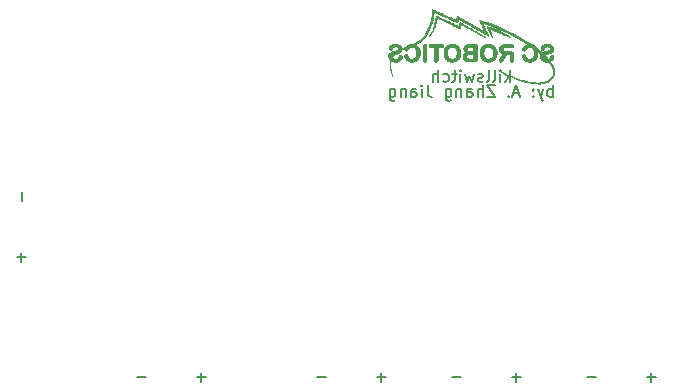
<source format=gbr>
%TF.GenerationSoftware,KiCad,Pcbnew,(5.1.10)-1*%
%TF.CreationDate,2022-01-12T13:36:28-08:00*%
%TF.ProjectId,killswitch,6b696c6c-7377-4697-9463-682e6b696361,rev?*%
%TF.SameCoordinates,Original*%
%TF.FileFunction,Legend,Bot*%
%TF.FilePolarity,Positive*%
%FSLAX46Y46*%
G04 Gerber Fmt 4.6, Leading zero omitted, Abs format (unit mm)*
G04 Created by KiCad (PCBNEW (5.1.10)-1) date 2022-01-12 13:36:28*
%MOMM*%
%LPD*%
G01*
G04 APERTURE LIST*
%ADD10C,0.150000*%
%ADD11C,0.010000*%
G04 APERTURE END LIST*
D10*
X134691428Y-91059047D02*
X134691428Y-91820952D01*
X135000952Y-96591428D02*
X134239047Y-96591428D01*
X134620000Y-96972380D02*
X134620000Y-96210476D01*
X145160952Y-106751428D02*
X144399047Y-106751428D01*
X150240952Y-106751428D02*
X149479047Y-106751428D01*
X149860000Y-107132380D02*
X149860000Y-106370476D01*
X160400952Y-106751428D02*
X159639047Y-106751428D01*
X171830952Y-106751428D02*
X171069047Y-106751428D01*
X183260952Y-106751428D02*
X182499047Y-106751428D01*
X188340952Y-106751428D02*
X187579047Y-106751428D01*
X187960000Y-107132380D02*
X187960000Y-106370476D01*
X176910952Y-106751428D02*
X176149047Y-106751428D01*
X176530000Y-107132380D02*
X176530000Y-106370476D01*
X165480952Y-106751428D02*
X164719047Y-106751428D01*
X165100000Y-107132380D02*
X165100000Y-106370476D01*
X179624761Y-83002380D02*
X179624761Y-82002380D01*
X179624761Y-82383333D02*
X179529523Y-82335714D01*
X179339047Y-82335714D01*
X179243809Y-82383333D01*
X179196190Y-82430952D01*
X179148571Y-82526190D01*
X179148571Y-82811904D01*
X179196190Y-82907142D01*
X179243809Y-82954761D01*
X179339047Y-83002380D01*
X179529523Y-83002380D01*
X179624761Y-82954761D01*
X178815238Y-82335714D02*
X178577142Y-83002380D01*
X178339047Y-82335714D02*
X178577142Y-83002380D01*
X178672380Y-83240476D01*
X178720000Y-83288095D01*
X178815238Y-83335714D01*
X177958095Y-82907142D02*
X177910476Y-82954761D01*
X177958095Y-83002380D01*
X178005714Y-82954761D01*
X177958095Y-82907142D01*
X177958095Y-83002380D01*
X177958095Y-82383333D02*
X177910476Y-82430952D01*
X177958095Y-82478571D01*
X178005714Y-82430952D01*
X177958095Y-82383333D01*
X177958095Y-82478571D01*
X176767619Y-82716666D02*
X176291428Y-82716666D01*
X176862857Y-83002380D02*
X176529523Y-82002380D01*
X176196190Y-83002380D01*
X175862857Y-82907142D02*
X175815238Y-82954761D01*
X175862857Y-83002380D01*
X175910476Y-82954761D01*
X175862857Y-82907142D01*
X175862857Y-83002380D01*
X174720000Y-82002380D02*
X174053333Y-82002380D01*
X174720000Y-83002380D01*
X174053333Y-83002380D01*
X173672380Y-83002380D02*
X173672380Y-82002380D01*
X173243809Y-83002380D02*
X173243809Y-82478571D01*
X173291428Y-82383333D01*
X173386666Y-82335714D01*
X173529523Y-82335714D01*
X173624761Y-82383333D01*
X173672380Y-82430952D01*
X172339047Y-83002380D02*
X172339047Y-82478571D01*
X172386666Y-82383333D01*
X172481904Y-82335714D01*
X172672380Y-82335714D01*
X172767619Y-82383333D01*
X172339047Y-82954761D02*
X172434285Y-83002380D01*
X172672380Y-83002380D01*
X172767619Y-82954761D01*
X172815238Y-82859523D01*
X172815238Y-82764285D01*
X172767619Y-82669047D01*
X172672380Y-82621428D01*
X172434285Y-82621428D01*
X172339047Y-82573809D01*
X171862857Y-82335714D02*
X171862857Y-83002380D01*
X171862857Y-82430952D02*
X171815238Y-82383333D01*
X171720000Y-82335714D01*
X171577142Y-82335714D01*
X171481904Y-82383333D01*
X171434285Y-82478571D01*
X171434285Y-83002380D01*
X170529523Y-82335714D02*
X170529523Y-83145238D01*
X170577142Y-83240476D01*
X170624761Y-83288095D01*
X170720000Y-83335714D01*
X170862857Y-83335714D01*
X170958095Y-83288095D01*
X170529523Y-82954761D02*
X170624761Y-83002380D01*
X170815238Y-83002380D01*
X170910476Y-82954761D01*
X170958095Y-82907142D01*
X171005714Y-82811904D01*
X171005714Y-82526190D01*
X170958095Y-82430952D01*
X170910476Y-82383333D01*
X170815238Y-82335714D01*
X170624761Y-82335714D01*
X170529523Y-82383333D01*
X169005714Y-82002380D02*
X169005714Y-82716666D01*
X169053333Y-82859523D01*
X169148571Y-82954761D01*
X169291428Y-83002380D01*
X169386666Y-83002380D01*
X168529523Y-83002380D02*
X168529523Y-82335714D01*
X168529523Y-82002380D02*
X168577142Y-82050000D01*
X168529523Y-82097619D01*
X168481904Y-82050000D01*
X168529523Y-82002380D01*
X168529523Y-82097619D01*
X167624761Y-83002380D02*
X167624761Y-82478571D01*
X167672380Y-82383333D01*
X167767619Y-82335714D01*
X167958095Y-82335714D01*
X168053333Y-82383333D01*
X167624761Y-82954761D02*
X167720000Y-83002380D01*
X167958095Y-83002380D01*
X168053333Y-82954761D01*
X168100952Y-82859523D01*
X168100952Y-82764285D01*
X168053333Y-82669047D01*
X167958095Y-82621428D01*
X167720000Y-82621428D01*
X167624761Y-82573809D01*
X167148571Y-82335714D02*
X167148571Y-83002380D01*
X167148571Y-82430952D02*
X167100952Y-82383333D01*
X167005714Y-82335714D01*
X166862857Y-82335714D01*
X166767619Y-82383333D01*
X166720000Y-82478571D01*
X166720000Y-83002380D01*
X165815238Y-82335714D02*
X165815238Y-83145238D01*
X165862857Y-83240476D01*
X165910476Y-83288095D01*
X166005714Y-83335714D01*
X166148571Y-83335714D01*
X166243809Y-83288095D01*
X165815238Y-82954761D02*
X165910476Y-83002380D01*
X166100952Y-83002380D01*
X166196190Y-82954761D01*
X166243809Y-82907142D01*
X166291428Y-82811904D01*
X166291428Y-82526190D01*
X166243809Y-82430952D01*
X166196190Y-82383333D01*
X166100952Y-82335714D01*
X165910476Y-82335714D01*
X165815238Y-82383333D01*
X175981904Y-81732380D02*
X175981904Y-80732380D01*
X175886666Y-81351428D02*
X175600952Y-81732380D01*
X175600952Y-81065714D02*
X175981904Y-81446666D01*
X175172380Y-81732380D02*
X175172380Y-81065714D01*
X175172380Y-80732380D02*
X175220000Y-80780000D01*
X175172380Y-80827619D01*
X175124761Y-80780000D01*
X175172380Y-80732380D01*
X175172380Y-80827619D01*
X174553333Y-81732380D02*
X174648571Y-81684761D01*
X174696190Y-81589523D01*
X174696190Y-80732380D01*
X174029523Y-81732380D02*
X174124761Y-81684761D01*
X174172380Y-81589523D01*
X174172380Y-80732380D01*
X173696190Y-81684761D02*
X173600952Y-81732380D01*
X173410476Y-81732380D01*
X173315238Y-81684761D01*
X173267619Y-81589523D01*
X173267619Y-81541904D01*
X173315238Y-81446666D01*
X173410476Y-81399047D01*
X173553333Y-81399047D01*
X173648571Y-81351428D01*
X173696190Y-81256190D01*
X173696190Y-81208571D01*
X173648571Y-81113333D01*
X173553333Y-81065714D01*
X173410476Y-81065714D01*
X173315238Y-81113333D01*
X172934285Y-81065714D02*
X172743809Y-81732380D01*
X172553333Y-81256190D01*
X172362857Y-81732380D01*
X172172380Y-81065714D01*
X171791428Y-81732380D02*
X171791428Y-81065714D01*
X171791428Y-80732380D02*
X171839047Y-80780000D01*
X171791428Y-80827619D01*
X171743809Y-80780000D01*
X171791428Y-80732380D01*
X171791428Y-80827619D01*
X171458095Y-81065714D02*
X171077142Y-81065714D01*
X171315238Y-80732380D02*
X171315238Y-81589523D01*
X171267619Y-81684761D01*
X171172380Y-81732380D01*
X171077142Y-81732380D01*
X170315238Y-81684761D02*
X170410476Y-81732380D01*
X170600952Y-81732380D01*
X170696190Y-81684761D01*
X170743809Y-81637142D01*
X170791428Y-81541904D01*
X170791428Y-81256190D01*
X170743809Y-81160952D01*
X170696190Y-81113333D01*
X170600952Y-81065714D01*
X170410476Y-81065714D01*
X170315238Y-81113333D01*
X169886666Y-81732380D02*
X169886666Y-80732380D01*
X169458095Y-81732380D02*
X169458095Y-81208571D01*
X169505714Y-81113333D01*
X169600952Y-81065714D01*
X169743809Y-81065714D01*
X169839047Y-81113333D01*
X169886666Y-81160952D01*
D11*
%TO.C,G\u002A\u002A\u002A*%
G36*
X169409729Y-75611807D02*
G01*
X169407207Y-75631067D01*
X169404353Y-75660566D01*
X169401367Y-75698173D01*
X169398447Y-75741761D01*
X169397625Y-75755500D01*
X169379787Y-75974788D01*
X169352168Y-76191127D01*
X169315096Y-76403467D01*
X169268899Y-76610755D01*
X169213905Y-76811939D01*
X169150442Y-77005968D01*
X169078838Y-77191789D01*
X168999421Y-77368351D01*
X168912519Y-77534602D01*
X168818459Y-77689490D01*
X168774250Y-77754683D01*
X168674213Y-77886497D01*
X168565765Y-78009369D01*
X168449994Y-78122382D01*
X168327988Y-78224620D01*
X168200836Y-78315167D01*
X168069625Y-78393106D01*
X167943984Y-78453870D01*
X167892877Y-78475716D01*
X167851950Y-78492414D01*
X167818112Y-78504692D01*
X167788272Y-78513279D01*
X167759338Y-78518901D01*
X167728219Y-78522289D01*
X167691823Y-78524168D01*
X167647060Y-78525268D01*
X167640293Y-78525395D01*
X167578056Y-78527347D01*
X167526837Y-78531118D01*
X167483183Y-78537400D01*
X167443643Y-78546885D01*
X167404762Y-78560266D01*
X167363089Y-78578236D01*
X167352805Y-78583063D01*
X167288358Y-78617023D01*
X167233173Y-78654085D01*
X167182006Y-78697922D01*
X167164657Y-78714960D01*
X167140931Y-78738093D01*
X167120060Y-78755680D01*
X167098043Y-78770353D01*
X167070881Y-78784745D01*
X167034573Y-78801489D01*
X167030400Y-78803344D01*
X166989423Y-78821665D01*
X166944754Y-78841876D01*
X166902645Y-78861137D01*
X166877513Y-78872780D01*
X166808084Y-78905206D01*
X166799910Y-78857487D01*
X166781361Y-78790963D01*
X166749852Y-78729988D01*
X166706096Y-78675237D01*
X166650805Y-78627386D01*
X166584689Y-78587110D01*
X166508461Y-78555084D01*
X166467971Y-78542699D01*
X166445541Y-78537078D01*
X166423679Y-78532930D01*
X166399579Y-78530030D01*
X166370433Y-78528154D01*
X166333434Y-78527080D01*
X166285775Y-78526583D01*
X166264771Y-78526500D01*
X166211255Y-78526581D01*
X166169669Y-78527281D01*
X166137439Y-78528772D01*
X166111986Y-78531225D01*
X166090737Y-78534813D01*
X166072457Y-78539327D01*
X165994237Y-78566572D01*
X165924699Y-78601536D01*
X165864800Y-78643311D01*
X165815500Y-78690989D01*
X165777756Y-78743661D01*
X165752525Y-78800420D01*
X165741409Y-78853269D01*
X165739732Y-78882723D01*
X165742731Y-78905340D01*
X165751393Y-78928318D01*
X165751817Y-78929230D01*
X165766151Y-78957262D01*
X165779983Y-78976325D01*
X165797348Y-78991237D01*
X165811328Y-79000311D01*
X165843295Y-79012598D01*
X165879835Y-79015689D01*
X165914900Y-79009525D01*
X165932514Y-79001484D01*
X165950560Y-78986429D01*
X165971457Y-78961128D01*
X165996001Y-78924494D01*
X166024991Y-78875440D01*
X166025600Y-78874363D01*
X166058535Y-78825994D01*
X166096711Y-78786933D01*
X166137801Y-78759423D01*
X166151249Y-78753401D01*
X166188805Y-78743223D01*
X166235196Y-78737440D01*
X166285498Y-78736059D01*
X166334790Y-78739084D01*
X166378150Y-78746520D01*
X166399375Y-78753143D01*
X166450887Y-78778646D01*
X166489653Y-78809433D01*
X166515320Y-78845057D01*
X166527536Y-78885072D01*
X166527919Y-78915187D01*
X166521383Y-78946932D01*
X166506990Y-78973886D01*
X166482365Y-78999798D01*
X166465717Y-79013348D01*
X166449079Y-79024995D01*
X166430078Y-79035707D01*
X166406894Y-79046130D01*
X166377709Y-79056909D01*
X166340702Y-79068691D01*
X166294056Y-79082121D01*
X166235949Y-79097844D01*
X166203677Y-79106336D01*
X166134223Y-79124846D01*
X166076597Y-79141086D01*
X166028442Y-79155859D01*
X165987403Y-79169968D01*
X165951121Y-79184216D01*
X165917241Y-79199404D01*
X165888517Y-79213682D01*
X165822087Y-79254942D01*
X165767757Y-79303768D01*
X165725775Y-79359881D01*
X165696390Y-79423003D01*
X165693652Y-79431256D01*
X165685327Y-79468412D01*
X165680100Y-79514644D01*
X165678114Y-79564820D01*
X165679513Y-79613806D01*
X165684440Y-79656469D01*
X165687014Y-79668914D01*
X165705309Y-79723999D01*
X165732956Y-79780486D01*
X165766794Y-79832429D01*
X165787034Y-79857054D01*
X165827066Y-79901291D01*
X165810061Y-79982859D01*
X165804586Y-80010478D01*
X165800421Y-80035738D01*
X165797395Y-80061289D01*
X165795335Y-80089781D01*
X165794070Y-80123864D01*
X165793428Y-80166186D01*
X165793238Y-80219396D01*
X165793247Y-80242228D01*
X165793501Y-80302611D01*
X165794239Y-80351385D01*
X165795635Y-80391454D01*
X165797865Y-80425718D01*
X165801107Y-80457081D01*
X165805535Y-80488445D01*
X165809697Y-80513464D01*
X165844146Y-80677524D01*
X165891403Y-80847210D01*
X165903251Y-80884486D01*
X165915130Y-80919983D01*
X165929201Y-80960267D01*
X165944671Y-81003263D01*
X165960749Y-81046892D01*
X165976646Y-81089078D01*
X165991571Y-81127744D01*
X166004732Y-81160813D01*
X166015340Y-81186208D01*
X166022602Y-81201852D01*
X166025616Y-81205888D01*
X166024101Y-81198579D01*
X166018269Y-81180039D01*
X166008913Y-81152619D01*
X165996827Y-81118671D01*
X165988291Y-81095320D01*
X165944751Y-80968763D01*
X165905701Y-80838018D01*
X165872272Y-80707388D01*
X165845593Y-80581176D01*
X165831852Y-80499857D01*
X165828150Y-80465699D01*
X165825265Y-80419275D01*
X165823289Y-80362813D01*
X165822315Y-80298543D01*
X165822228Y-80267628D01*
X165822736Y-80200221D01*
X165824335Y-80144363D01*
X165827328Y-80097113D01*
X165832018Y-80055527D01*
X165838709Y-80016661D01*
X165847703Y-79977574D01*
X165854817Y-79951046D01*
X165862175Y-79924749D01*
X165925587Y-79956650D01*
X165972750Y-79978615D01*
X166017505Y-79995179D01*
X166063387Y-80007118D01*
X166113932Y-80015212D01*
X166172675Y-80020236D01*
X166224857Y-80022477D01*
X166280571Y-80023601D01*
X166325607Y-80023096D01*
X166363724Y-80020800D01*
X166398685Y-80016549D01*
X166412149Y-80014348D01*
X166501881Y-79992445D01*
X166582327Y-79959658D01*
X166653233Y-79916170D01*
X166714342Y-79862165D01*
X166765399Y-79797825D01*
X166799867Y-79736896D01*
X166821582Y-79681947D01*
X166832848Y-79630361D01*
X166833458Y-79584053D01*
X166823204Y-79544938D01*
X166821076Y-79540508D01*
X166795237Y-79504505D01*
X166761147Y-79479956D01*
X166720561Y-79467801D01*
X166684871Y-79467599D01*
X166660949Y-79472245D01*
X166640380Y-79481459D01*
X166621531Y-79496994D01*
X166602769Y-79520604D01*
X166582460Y-79554044D01*
X166558972Y-79599067D01*
X166555023Y-79607030D01*
X166533679Y-79649140D01*
X166516159Y-79680636D01*
X166500671Y-79704290D01*
X166485419Y-79722870D01*
X166470672Y-79737313D01*
X166426726Y-79769090D01*
X166376205Y-79790538D01*
X166316902Y-79802481D01*
X166290171Y-79804786D01*
X166215314Y-79803691D01*
X166148367Y-79791295D01*
X166089900Y-79767790D01*
X166040482Y-79733364D01*
X166022327Y-79715437D01*
X166004242Y-79694202D01*
X165990287Y-79675137D01*
X165983442Y-79662317D01*
X165983407Y-79662188D01*
X165985674Y-79647939D01*
X165996340Y-79625121D01*
X166013928Y-79595801D01*
X166036960Y-79562043D01*
X166063958Y-79525913D01*
X166093444Y-79489479D01*
X166123940Y-79454805D01*
X166153480Y-79424429D01*
X166165890Y-79412963D01*
X166177812Y-79403988D01*
X166191835Y-79396462D01*
X166210549Y-79389344D01*
X166236544Y-79381590D01*
X166272410Y-79372159D01*
X166301670Y-79364778D01*
X166385787Y-79342649D01*
X166457265Y-79321356D01*
X166517885Y-79300102D01*
X166569429Y-79278088D01*
X166613680Y-79254519D01*
X166652418Y-79228594D01*
X166687427Y-79199518D01*
X166702063Y-79185566D01*
X166743883Y-79138680D01*
X166773298Y-79092268D01*
X166792005Y-79043377D01*
X166797356Y-79019921D01*
X166802372Y-78998396D01*
X166807768Y-78983026D01*
X166810052Y-78979381D01*
X166818454Y-78974513D01*
X166837251Y-78965268D01*
X166863954Y-78952752D01*
X166896070Y-78938072D01*
X166931110Y-78922334D01*
X166966582Y-78906644D01*
X166999995Y-78892109D01*
X167028858Y-78879835D01*
X167050680Y-78870928D01*
X167062971Y-78866495D01*
X167064740Y-78866264D01*
X167064155Y-78873919D01*
X167059631Y-78888237D01*
X167054461Y-78911581D01*
X167052389Y-78942346D01*
X167053284Y-78974987D01*
X167057015Y-79003960D01*
X167062796Y-79022524D01*
X167086886Y-79054390D01*
X167119820Y-79077496D01*
X167157931Y-79090113D01*
X167197553Y-79090511D01*
X167204226Y-79089228D01*
X167225745Y-79083371D01*
X167243790Y-79075266D01*
X167260142Y-79063041D01*
X167276585Y-79044820D01*
X167294903Y-79018729D01*
X167316881Y-78982894D01*
X167334873Y-78951918D01*
X167378316Y-78887948D01*
X167427795Y-78836633D01*
X167482907Y-78798310D01*
X167543250Y-78773317D01*
X167549285Y-78771636D01*
X167580927Y-78766066D01*
X167621324Y-78762971D01*
X167664922Y-78762416D01*
X167706164Y-78764464D01*
X167739494Y-78769176D01*
X167740788Y-78769468D01*
X167803706Y-78791260D01*
X167860942Y-78825898D01*
X167911782Y-78872593D01*
X167955511Y-78930553D01*
X167991417Y-78998986D01*
X168018784Y-79077103D01*
X168018882Y-79077457D01*
X168024390Y-79098894D01*
X168028483Y-79119426D01*
X168031363Y-79141724D01*
X168033230Y-79168460D01*
X168034289Y-79202305D01*
X168034741Y-79245932D01*
X168034802Y-79287914D01*
X168034681Y-79339382D01*
X168034226Y-79379022D01*
X168033190Y-79409517D01*
X168031322Y-79433555D01*
X168028377Y-79453818D01*
X168024105Y-79472994D01*
X168018259Y-79493766D01*
X168014706Y-79505469D01*
X167994247Y-79564012D01*
X167971520Y-79611910D01*
X167944494Y-79653032D01*
X167924861Y-79676630D01*
X167874351Y-79722614D01*
X167816536Y-79756211D01*
X167751180Y-79777518D01*
X167678051Y-79786632D01*
X167661771Y-79787006D01*
X167585903Y-79781748D01*
X167518443Y-79764774D01*
X167459117Y-79735893D01*
X167407653Y-79694913D01*
X167363776Y-79641643D01*
X167327213Y-79575890D01*
X167313312Y-79542800D01*
X167293478Y-79495699D01*
X167274345Y-79461194D01*
X167254128Y-79437582D01*
X167231039Y-79423161D01*
X167203291Y-79416227D01*
X167179148Y-79414914D01*
X167133408Y-79420631D01*
X167096773Y-79437305D01*
X167069720Y-79464226D01*
X167052724Y-79500679D01*
X167046261Y-79545954D01*
X167050807Y-79599336D01*
X167051928Y-79605305D01*
X167073517Y-79678423D01*
X167108124Y-79748156D01*
X167154395Y-79813140D01*
X167210975Y-79872012D01*
X167276510Y-79923408D01*
X167349644Y-79965964D01*
X167429023Y-79998317D01*
X167448180Y-80004217D01*
X167469262Y-80009962D01*
X167488964Y-80014209D01*
X167509986Y-80017169D01*
X167535029Y-80019054D01*
X167566792Y-80020076D01*
X167607975Y-80020446D01*
X167654514Y-80020400D01*
X167719368Y-80019587D01*
X167772778Y-80017217D01*
X167817783Y-80012694D01*
X167857423Y-80005424D01*
X167894735Y-79994812D01*
X167932760Y-79980260D01*
X167974535Y-79961176D01*
X167986441Y-79955370D01*
X168057428Y-79912570D01*
X168122860Y-79857404D01*
X168181727Y-79791293D01*
X168233016Y-79715656D01*
X168275716Y-79631914D01*
X168308814Y-79541487D01*
X168324414Y-79481114D01*
X168332007Y-79434740D01*
X168337287Y-79378466D01*
X168340227Y-79316239D01*
X168340802Y-79252004D01*
X168338986Y-79189707D01*
X168334755Y-79133293D01*
X168328082Y-79086707D01*
X168327002Y-79081430D01*
X168298570Y-78978385D01*
X168259490Y-78884728D01*
X168209991Y-78800764D01*
X168150302Y-78726799D01*
X168080652Y-78663137D01*
X168001271Y-78610083D01*
X167954802Y-78586121D01*
X167932180Y-78575173D01*
X167916182Y-78566732D01*
X167909925Y-78562453D01*
X167909970Y-78562303D01*
X167917065Y-78558896D01*
X167934928Y-78550873D01*
X167961001Y-78539367D01*
X167992727Y-78525515D01*
X167998749Y-78522900D01*
X168145289Y-78451434D01*
X168285797Y-78366961D01*
X168420064Y-78269773D01*
X168547879Y-78160157D01*
X168669032Y-78038404D01*
X168783311Y-77904804D01*
X168890507Y-77759645D01*
X168990410Y-77603219D01*
X169082808Y-77435814D01*
X169167491Y-77257720D01*
X169244249Y-77069228D01*
X169312872Y-76870626D01*
X169373149Y-76662204D01*
X169385622Y-76613657D01*
X169435534Y-76393676D01*
X169475757Y-76170861D01*
X169505363Y-75950469D01*
X169509301Y-75913343D01*
X169513440Y-75873976D01*
X169517260Y-75839992D01*
X169520462Y-75813875D01*
X169522748Y-75798111D01*
X169523598Y-75794597D01*
X169530369Y-75797245D01*
X169549621Y-75805582D01*
X169580626Y-75819282D01*
X169622659Y-75838015D01*
X169674992Y-75861455D01*
X169736898Y-75889273D01*
X169807649Y-75921142D01*
X169886519Y-75956733D01*
X169972781Y-75995719D01*
X170065708Y-76037772D01*
X170164572Y-76082564D01*
X170268647Y-76129768D01*
X170377206Y-76179055D01*
X170489521Y-76230097D01*
X170509314Y-76239097D01*
X170622277Y-76290449D01*
X170731651Y-76340135D01*
X170836704Y-76387823D01*
X170936706Y-76433184D01*
X171030926Y-76475887D01*
X171118634Y-76515602D01*
X171199099Y-76551999D01*
X171271591Y-76584748D01*
X171335379Y-76613518D01*
X171389733Y-76637980D01*
X171433921Y-76657802D01*
X171467215Y-76672655D01*
X171488882Y-76682209D01*
X171498192Y-76686133D01*
X171498492Y-76686217D01*
X171502180Y-76679566D01*
X171509119Y-76660982D01*
X171518636Y-76632504D01*
X171530056Y-76596172D01*
X171542707Y-76554025D01*
X171547016Y-76539259D01*
X171559962Y-76495195D01*
X171571861Y-76455828D01*
X171582036Y-76423311D01*
X171589809Y-76399793D01*
X171594501Y-76387429D01*
X171595218Y-76386204D01*
X171601974Y-76389150D01*
X171620715Y-76398991D01*
X171650842Y-76415387D01*
X171691758Y-76437999D01*
X171742864Y-76466490D01*
X171803561Y-76500520D01*
X171873251Y-76539750D01*
X171951335Y-76583843D01*
X172037215Y-76632460D01*
X172130291Y-76685261D01*
X172229967Y-76741909D01*
X172335642Y-76802065D01*
X172446718Y-76865389D01*
X172562598Y-76931545D01*
X172682682Y-77000192D01*
X172806371Y-77070992D01*
X172861951Y-77102836D01*
X172987021Y-77174490D01*
X173108726Y-77244171D01*
X173226466Y-77311538D01*
X173339646Y-77376251D01*
X173447668Y-77437971D01*
X173549935Y-77496356D01*
X173645849Y-77551068D01*
X173734814Y-77601766D01*
X173816232Y-77648109D01*
X173889506Y-77689759D01*
X173954039Y-77726374D01*
X174009233Y-77757616D01*
X174054492Y-77783143D01*
X174089218Y-77802616D01*
X174112815Y-77815695D01*
X174124684Y-77822039D01*
X174126038Y-77822609D01*
X174123656Y-77815663D01*
X174115856Y-77796429D01*
X174103069Y-77765900D01*
X174085722Y-77725073D01*
X174064243Y-77674945D01*
X174039061Y-77616510D01*
X174010606Y-77550764D01*
X173979304Y-77478703D01*
X173945585Y-77401324D01*
X173909877Y-77319621D01*
X173893386Y-77281963D01*
X173856978Y-77198740D01*
X173822413Y-77119458D01*
X173790117Y-77045104D01*
X173760511Y-76976667D01*
X173734021Y-76915135D01*
X173711069Y-76861496D01*
X173692079Y-76816739D01*
X173677474Y-76781852D01*
X173667680Y-76757822D01*
X173663118Y-76745640D01*
X173662889Y-76744286D01*
X173675888Y-76746543D01*
X173700985Y-76752968D01*
X173736542Y-76763040D01*
X173780920Y-76776240D01*
X173832483Y-76792047D01*
X173889591Y-76809942D01*
X173950606Y-76829403D01*
X174013890Y-76849912D01*
X174077805Y-76870948D01*
X174140713Y-76891990D01*
X174200976Y-76912519D01*
X174256954Y-76932015D01*
X174280285Y-76940303D01*
X174477432Y-77012539D01*
X174671456Y-77087165D01*
X174864452Y-77165088D01*
X175058515Y-77247214D01*
X175255739Y-77334452D01*
X175458219Y-77427707D01*
X175668048Y-77527887D01*
X175887322Y-77635899D01*
X175891371Y-77637922D01*
X176104830Y-77745976D01*
X176307052Y-77851289D01*
X176500688Y-77955339D01*
X176688389Y-78059604D01*
X176872806Y-78165561D01*
X177056588Y-78274690D01*
X177242388Y-78388469D01*
X177286217Y-78415783D01*
X177472748Y-78532396D01*
X177414794Y-78549128D01*
X177335176Y-78578047D01*
X177260918Y-78616666D01*
X177193657Y-78663579D01*
X177135033Y-78717381D01*
X177086682Y-78776668D01*
X177050242Y-78840034D01*
X177036831Y-78873300D01*
X177028510Y-78906963D01*
X177024464Y-78944321D01*
X177024783Y-78980454D01*
X177029558Y-79010442D01*
X177034110Y-79022524D01*
X177058474Y-79054743D01*
X177091737Y-79077861D01*
X177130336Y-79090217D01*
X177170711Y-79090151D01*
X177176630Y-79088983D01*
X177202647Y-79080986D01*
X177224247Y-79068443D01*
X177244194Y-79048885D01*
X177265255Y-79019839D01*
X177279405Y-78997112D01*
X177317849Y-78936138D01*
X177353108Y-78887242D01*
X177386840Y-78848817D01*
X177420704Y-78819257D01*
X177456360Y-78796959D01*
X177495466Y-78780316D01*
X177507543Y-78776363D01*
X177556553Y-78765913D01*
X177612136Y-78761606D01*
X177668380Y-78763464D01*
X177719370Y-78771508D01*
X177734025Y-78775520D01*
X177797221Y-78802564D01*
X177853184Y-78841719D01*
X177901456Y-78892259D01*
X177941578Y-78953458D01*
X177973091Y-79024591D01*
X177995536Y-79104930D01*
X178008453Y-79193750D01*
X178009804Y-79211714D01*
X178012006Y-79315639D01*
X178004782Y-79410181D01*
X177988359Y-79494996D01*
X177962967Y-79569739D01*
X177928833Y-79634065D01*
X177886183Y-79687628D01*
X177835248Y-79730086D01*
X177776253Y-79761092D01*
X177709428Y-79780302D01*
X177634999Y-79787370D01*
X177629457Y-79787401D01*
X177554356Y-79781449D01*
X177487327Y-79763516D01*
X177428210Y-79733488D01*
X177376844Y-79691248D01*
X177333067Y-79636683D01*
X177296719Y-79569677D01*
X177285104Y-79541666D01*
X177265251Y-79494719D01*
X177245932Y-79460390D01*
X177225329Y-79436974D01*
X177201626Y-79422765D01*
X177173004Y-79416059D01*
X177150003Y-79414914D01*
X177104902Y-79420830D01*
X177068170Y-79438427D01*
X177040191Y-79467484D01*
X177030447Y-79484468D01*
X177021298Y-79506502D01*
X177017254Y-79527260D01*
X177017351Y-79553231D01*
X177018306Y-79566213D01*
X177031481Y-79638397D01*
X177057924Y-79708325D01*
X177096421Y-79774675D01*
X177145757Y-79836122D01*
X177204716Y-79891341D01*
X177272084Y-79939008D01*
X177346644Y-79977799D01*
X177420457Y-80004481D01*
X177441291Y-80010144D01*
X177460933Y-80014328D01*
X177482070Y-80017242D01*
X177507391Y-80019094D01*
X177539586Y-80020094D01*
X177581343Y-80020448D01*
X177625828Y-80020400D01*
X177690817Y-80019579D01*
X177744343Y-80017192D01*
X177789425Y-80012650D01*
X177829081Y-80005368D01*
X177866331Y-79994757D01*
X177904193Y-79980229D01*
X177945686Y-79961198D01*
X177956028Y-79956138D01*
X178032421Y-79910413D01*
X178101004Y-79852680D01*
X178161373Y-79783413D01*
X178213125Y-79703086D01*
X178255856Y-79612173D01*
X178261637Y-79597187D01*
X178278462Y-79549458D01*
X178291201Y-79505523D01*
X178300363Y-79462031D01*
X178306459Y-79415634D01*
X178309997Y-79362982D01*
X178311489Y-79300727D01*
X178311628Y-79268798D01*
X178311628Y-79126310D01*
X178344285Y-79153034D01*
X178361162Y-79166833D01*
X178386518Y-79187555D01*
X178417593Y-79212942D01*
X178451623Y-79240737D01*
X178472295Y-79257618D01*
X178567647Y-79335480D01*
X178546406Y-79374697D01*
X178522433Y-79432976D01*
X178508559Y-79499122D01*
X178505096Y-79570289D01*
X178512353Y-79643629D01*
X178515389Y-79659630D01*
X178537684Y-79732635D01*
X178572784Y-79799543D01*
X178619977Y-79859538D01*
X178678551Y-79911802D01*
X178747792Y-79955520D01*
X178792201Y-79976489D01*
X178818741Y-79986035D01*
X178853875Y-79996465D01*
X178891902Y-80006154D01*
X178911100Y-80010395D01*
X178940847Y-80016160D01*
X178967573Y-80020176D01*
X178994702Y-80022644D01*
X179025655Y-80023766D01*
X179063856Y-80023740D01*
X179112728Y-80022769D01*
X179119348Y-80022602D01*
X179252153Y-80019194D01*
X179297571Y-80078097D01*
X179389081Y-80204124D01*
X179466870Y-80327187D01*
X179531276Y-80447929D01*
X179582636Y-80566993D01*
X179621289Y-80685021D01*
X179626111Y-80703057D01*
X179634066Y-80735048D01*
X179639691Y-80762219D01*
X179643380Y-80788385D01*
X179645530Y-80817360D01*
X179646534Y-80852955D01*
X179646787Y-80898986D01*
X179646787Y-80902628D01*
X179646505Y-80950348D01*
X179645476Y-80986933D01*
X179643384Y-81015757D01*
X179639915Y-81040195D01*
X179634754Y-81063619D01*
X179630192Y-81080428D01*
X179595702Y-81175065D01*
X179547210Y-81266669D01*
X179484995Y-81354792D01*
X179409337Y-81438984D01*
X179402418Y-81445824D01*
X179315394Y-81522555D01*
X179220623Y-81589505D01*
X179117291Y-81647044D01*
X179004589Y-81695539D01*
X178881703Y-81735359D01*
X178747822Y-81766872D01*
X178662125Y-81781908D01*
X178609656Y-81788304D01*
X178545543Y-81793291D01*
X178472587Y-81796851D01*
X178393592Y-81798970D01*
X178311359Y-81799633D01*
X178228691Y-81798823D01*
X178148391Y-81796527D01*
X178073261Y-81792727D01*
X178006104Y-81787410D01*
X177988685Y-81785600D01*
X177780621Y-81757761D01*
X177565559Y-81719411D01*
X177342991Y-81670431D01*
X177112405Y-81610702D01*
X176873292Y-81540104D01*
X176704513Y-81485477D01*
X176490184Y-81410691D01*
X176268137Y-81327385D01*
X176041373Y-81236828D01*
X175812893Y-81140287D01*
X175585696Y-81039029D01*
X175362784Y-80934324D01*
X175147157Y-80827437D01*
X175147008Y-80827361D01*
X175102690Y-80804860D01*
X175062965Y-80784866D01*
X175029552Y-80768231D01*
X175004173Y-80755807D01*
X174988552Y-80748446D01*
X174984228Y-80746794D01*
X174990502Y-80752126D01*
X175008436Y-80763235D01*
X175036696Y-80779426D01*
X175073951Y-80800006D01*
X175118868Y-80824281D01*
X175170114Y-80851557D01*
X175226357Y-80881139D01*
X175286263Y-80912335D01*
X175348502Y-80944449D01*
X175411740Y-80976789D01*
X175474644Y-81008659D01*
X175535882Y-81039367D01*
X175594121Y-81068217D01*
X175648029Y-81094516D01*
X175695428Y-81117172D01*
X175976661Y-81245794D01*
X176250321Y-81362766D01*
X176516318Y-81468058D01*
X176774563Y-81561642D01*
X177024964Y-81643488D01*
X177267431Y-81713569D01*
X177501875Y-81771855D01*
X177728205Y-81818316D01*
X177946330Y-81852924D01*
X178012880Y-81861314D01*
X178052841Y-81865253D01*
X178102416Y-81868919D01*
X178159026Y-81872232D01*
X178220088Y-81875111D01*
X178283024Y-81877474D01*
X178345252Y-81879240D01*
X178404192Y-81880328D01*
X178457265Y-81880657D01*
X178501888Y-81880145D01*
X178535483Y-81878712D01*
X178543857Y-81878009D01*
X178638069Y-81867689D01*
X178720282Y-81856765D01*
X178793011Y-81844798D01*
X178858771Y-81831350D01*
X178920076Y-81815980D01*
X178952184Y-81806736D01*
X179072253Y-81764689D01*
X179185103Y-81713284D01*
X179289981Y-81653280D01*
X179386130Y-81585432D01*
X179472795Y-81510497D01*
X179549223Y-81429233D01*
X179614656Y-81342395D01*
X179668341Y-81250742D01*
X179709522Y-81155028D01*
X179737445Y-81056013D01*
X179745302Y-81011825D01*
X179749693Y-80964400D01*
X179750969Y-80907636D01*
X179749341Y-80846321D01*
X179745019Y-80785246D01*
X179738215Y-80729199D01*
X179731221Y-80691622D01*
X179702852Y-80589833D01*
X179663165Y-80482580D01*
X179613213Y-80371995D01*
X179554044Y-80260212D01*
X179486708Y-80149364D01*
X179412256Y-80041584D01*
X179409227Y-80037478D01*
X179367960Y-79981675D01*
X179413551Y-79959231D01*
X179479552Y-79918906D01*
X179538787Y-79866988D01*
X179587275Y-79807895D01*
X179065077Y-79807895D01*
X179036695Y-79803205D01*
X179014354Y-79798584D01*
X178985218Y-79791355D01*
X178961142Y-79784678D01*
X178908735Y-79763136D01*
X178865303Y-79732648D01*
X178832123Y-79694728D01*
X178810473Y-79650888D01*
X178801629Y-79602642D01*
X178801485Y-79595514D01*
X178802161Y-79572794D01*
X178803913Y-79557302D01*
X178805864Y-79552800D01*
X178813109Y-79557672D01*
X178828698Y-79571104D01*
X178850782Y-79591323D01*
X178877513Y-79616555D01*
X178907044Y-79645025D01*
X178937528Y-79674959D01*
X178967116Y-79704583D01*
X178993961Y-79732122D01*
X179007667Y-79746570D01*
X179065077Y-79807895D01*
X179587275Y-79807895D01*
X179589127Y-79805638D01*
X179624580Y-79745146D01*
X179645364Y-79694794D01*
X179658579Y-79645837D01*
X179663419Y-79601877D01*
X179661887Y-79578890D01*
X179649438Y-79539641D01*
X179627263Y-79507937D01*
X179597856Y-79484560D01*
X179563709Y-79470289D01*
X179527317Y-79465904D01*
X179491174Y-79472185D01*
X179457772Y-79489912D01*
X179437951Y-79508839D01*
X179427133Y-79524566D01*
X179412328Y-79549972D01*
X179395513Y-79581502D01*
X179379207Y-79614457D01*
X179350612Y-79669209D01*
X179322223Y-79711672D01*
X179292292Y-79743937D01*
X179259075Y-79768099D01*
X179244548Y-79775928D01*
X179212268Y-79791887D01*
X179161488Y-79735843D01*
X179140742Y-79713427D01*
X179112195Y-79683260D01*
X179078286Y-79647883D01*
X179041450Y-79609835D01*
X179004125Y-79571656D01*
X178995880Y-79563278D01*
X178881053Y-79446755D01*
X178908398Y-79433604D01*
X178928427Y-79424410D01*
X178949153Y-79416022D01*
X178972872Y-79407727D01*
X179001883Y-79398814D01*
X179038481Y-79388571D01*
X179084965Y-79376284D01*
X179133584Y-79363800D01*
X179224281Y-79339270D01*
X179301932Y-79315016D01*
X179367978Y-79290372D01*
X179423855Y-79264674D01*
X179471003Y-79237258D01*
X179510862Y-79207459D01*
X179544868Y-79174613D01*
X179546058Y-79173302D01*
X179586383Y-79118298D01*
X179614812Y-79057046D01*
X179631351Y-78991609D01*
X179636006Y-78924050D01*
X179628780Y-78856430D01*
X179609679Y-78790812D01*
X179578708Y-78729260D01*
X179544876Y-78683743D01*
X179491599Y-78633782D01*
X179427293Y-78592859D01*
X179352408Y-78561133D01*
X179267395Y-78538761D01*
X179172705Y-78525901D01*
X179084514Y-78522568D01*
X179009101Y-78525052D01*
X178943595Y-78532526D01*
X178884058Y-78545632D01*
X178828778Y-78564138D01*
X178771796Y-78589472D01*
X178724288Y-78618387D01*
X178681219Y-78654237D01*
X178657466Y-78678268D01*
X178620157Y-78722629D01*
X178594684Y-78764432D01*
X178579591Y-78806947D01*
X178573418Y-78853441D01*
X178573090Y-78867500D01*
X178573559Y-78898480D01*
X178575951Y-78919840D01*
X178581350Y-78936451D01*
X178590840Y-78953183D01*
X178592851Y-78956257D01*
X178620163Y-78986344D01*
X178653613Y-79006046D01*
X178690305Y-79015144D01*
X178727340Y-79013418D01*
X178761819Y-79000652D01*
X178790845Y-78976626D01*
X178794969Y-78971486D01*
X178807755Y-78952798D01*
X178824004Y-78926662D01*
X178840384Y-78898455D01*
X178841734Y-78896028D01*
X178869013Y-78852789D01*
X178899777Y-78813986D01*
X178931300Y-78782678D01*
X178960855Y-78761923D01*
X178961707Y-78761483D01*
X179003978Y-78746071D01*
X179054998Y-78737104D01*
X179110463Y-78734680D01*
X179166068Y-78738899D01*
X179217509Y-78749858D01*
X179233564Y-78755241D01*
X179275816Y-78776503D01*
X179311653Y-78805152D01*
X179338972Y-78838725D01*
X179355669Y-78874759D01*
X179359967Y-78903286D01*
X179353251Y-78938787D01*
X179334537Y-78973816D01*
X179305975Y-79004659D01*
X179297358Y-79011420D01*
X179273687Y-79026752D01*
X179245236Y-79041128D01*
X179210106Y-79055238D01*
X179166400Y-79069771D01*
X179112219Y-79085414D01*
X179045666Y-79102856D01*
X179044600Y-79103126D01*
X178959811Y-79125389D01*
X178887685Y-79146199D01*
X178826511Y-79166151D01*
X178774584Y-79185843D01*
X178730195Y-79205868D01*
X178694073Y-79225376D01*
X178658092Y-79246592D01*
X178553803Y-79159114D01*
X178510825Y-79123414D01*
X178462094Y-79083502D01*
X178412448Y-79043309D01*
X178366725Y-79006761D01*
X178347937Y-78991938D01*
X178310657Y-78962440D01*
X178282844Y-78939548D01*
X178262387Y-78921110D01*
X178247177Y-78904980D01*
X178235103Y-78889007D01*
X178224056Y-78871043D01*
X178217309Y-78858905D01*
X178166076Y-78778924D01*
X178105062Y-78709454D01*
X178033724Y-78649975D01*
X177951520Y-78599967D01*
X177941514Y-78594884D01*
X177897790Y-78575004D01*
X177851776Y-78557380D01*
X177807133Y-78543165D01*
X177767523Y-78533513D01*
X177736608Y-78529577D01*
X177734138Y-78529543D01*
X177718275Y-78525067D01*
X177691991Y-78511957D01*
X177656163Y-78490687D01*
X177624628Y-78470373D01*
X177269588Y-78242679D01*
X176903286Y-78021340D01*
X176528055Y-77807632D01*
X176146229Y-77602833D01*
X175760142Y-77408217D01*
X175372127Y-77225062D01*
X175230971Y-77161534D01*
X174979879Y-77052500D01*
X174738296Y-76952736D01*
X174504957Y-76861791D01*
X174278596Y-76779213D01*
X174057946Y-76704549D01*
X173841741Y-76637347D01*
X173628716Y-76577155D01*
X173504693Y-76544919D01*
X173467951Y-76535888D01*
X173436513Y-76528566D01*
X173412904Y-76523507D01*
X173399650Y-76521270D01*
X173397721Y-76521345D01*
X173400124Y-76528257D01*
X173407926Y-76547385D01*
X173420669Y-76577665D01*
X173437894Y-76618032D01*
X173459141Y-76667424D01*
X173483954Y-76724775D01*
X173511871Y-76789023D01*
X173542436Y-76859103D01*
X173575188Y-76933951D01*
X173601801Y-76994599D01*
X173635938Y-77072403D01*
X173668255Y-77146252D01*
X173698292Y-77215085D01*
X173725589Y-77277838D01*
X173749685Y-77333448D01*
X173770123Y-77380853D01*
X173786441Y-77418991D01*
X173798180Y-77446797D01*
X173804881Y-77463210D01*
X173806316Y-77467417D01*
X173799881Y-77464117D01*
X173781465Y-77453983D01*
X173751695Y-77437372D01*
X173711199Y-77414638D01*
X173660605Y-77386138D01*
X173600540Y-77352226D01*
X173531631Y-77313258D01*
X173454507Y-77269590D01*
X173369796Y-77221577D01*
X173278124Y-77169574D01*
X173180119Y-77113938D01*
X173076409Y-77055023D01*
X172967622Y-76993186D01*
X172854384Y-76928781D01*
X172737325Y-76862164D01*
X172657955Y-76816974D01*
X172538693Y-76749101D01*
X172422815Y-76683234D01*
X172310950Y-76619729D01*
X172203726Y-76558938D01*
X172101774Y-76501216D01*
X172005721Y-76446918D01*
X171916196Y-76396395D01*
X171833828Y-76350004D01*
X171759247Y-76308097D01*
X171693081Y-76271028D01*
X171635959Y-76239152D01*
X171588509Y-76212823D01*
X171551361Y-76192393D01*
X171525143Y-76178218D01*
X171510485Y-76170651D01*
X171507447Y-76169450D01*
X171504299Y-76177630D01*
X171497862Y-76197757D01*
X171488745Y-76227799D01*
X171477561Y-76265724D01*
X171464920Y-76309499D01*
X171457431Y-76335813D01*
X171442616Y-76387708D01*
X171430990Y-76427127D01*
X171421982Y-76455609D01*
X171415016Y-76474696D01*
X171409518Y-76485929D01*
X171404915Y-76490849D01*
X171400632Y-76490995D01*
X171399763Y-76490587D01*
X171390814Y-76486380D01*
X171369636Y-76476741D01*
X171337115Y-76462063D01*
X171294139Y-76442743D01*
X171241594Y-76419176D01*
X171180367Y-76391756D01*
X171111345Y-76360878D01*
X171035414Y-76326938D01*
X170953462Y-76290331D01*
X170866376Y-76251452D01*
X170775041Y-76210695D01*
X170680346Y-76168457D01*
X170583176Y-76125132D01*
X170484419Y-76081114D01*
X170384961Y-76036800D01*
X170285689Y-75992585D01*
X170187491Y-75948862D01*
X170091252Y-75906028D01*
X169997860Y-75864478D01*
X169908201Y-75824606D01*
X169823163Y-75786807D01*
X169743632Y-75751478D01*
X169670495Y-75719012D01*
X169604638Y-75689805D01*
X169546949Y-75664252D01*
X169498314Y-75642748D01*
X169459621Y-75625689D01*
X169431756Y-75613468D01*
X169415605Y-75606482D01*
X169411720Y-75604914D01*
X169409729Y-75611807D01*
G37*
X169409729Y-75611807D02*
X169407207Y-75631067D01*
X169404353Y-75660566D01*
X169401367Y-75698173D01*
X169398447Y-75741761D01*
X169397625Y-75755500D01*
X169379787Y-75974788D01*
X169352168Y-76191127D01*
X169315096Y-76403467D01*
X169268899Y-76610755D01*
X169213905Y-76811939D01*
X169150442Y-77005968D01*
X169078838Y-77191789D01*
X168999421Y-77368351D01*
X168912519Y-77534602D01*
X168818459Y-77689490D01*
X168774250Y-77754683D01*
X168674213Y-77886497D01*
X168565765Y-78009369D01*
X168449994Y-78122382D01*
X168327988Y-78224620D01*
X168200836Y-78315167D01*
X168069625Y-78393106D01*
X167943984Y-78453870D01*
X167892877Y-78475716D01*
X167851950Y-78492414D01*
X167818112Y-78504692D01*
X167788272Y-78513279D01*
X167759338Y-78518901D01*
X167728219Y-78522289D01*
X167691823Y-78524168D01*
X167647060Y-78525268D01*
X167640293Y-78525395D01*
X167578056Y-78527347D01*
X167526837Y-78531118D01*
X167483183Y-78537400D01*
X167443643Y-78546885D01*
X167404762Y-78560266D01*
X167363089Y-78578236D01*
X167352805Y-78583063D01*
X167288358Y-78617023D01*
X167233173Y-78654085D01*
X167182006Y-78697922D01*
X167164657Y-78714960D01*
X167140931Y-78738093D01*
X167120060Y-78755680D01*
X167098043Y-78770353D01*
X167070881Y-78784745D01*
X167034573Y-78801489D01*
X167030400Y-78803344D01*
X166989423Y-78821665D01*
X166944754Y-78841876D01*
X166902645Y-78861137D01*
X166877513Y-78872780D01*
X166808084Y-78905206D01*
X166799910Y-78857487D01*
X166781361Y-78790963D01*
X166749852Y-78729988D01*
X166706096Y-78675237D01*
X166650805Y-78627386D01*
X166584689Y-78587110D01*
X166508461Y-78555084D01*
X166467971Y-78542699D01*
X166445541Y-78537078D01*
X166423679Y-78532930D01*
X166399579Y-78530030D01*
X166370433Y-78528154D01*
X166333434Y-78527080D01*
X166285775Y-78526583D01*
X166264771Y-78526500D01*
X166211255Y-78526581D01*
X166169669Y-78527281D01*
X166137439Y-78528772D01*
X166111986Y-78531225D01*
X166090737Y-78534813D01*
X166072457Y-78539327D01*
X165994237Y-78566572D01*
X165924699Y-78601536D01*
X165864800Y-78643311D01*
X165815500Y-78690989D01*
X165777756Y-78743661D01*
X165752525Y-78800420D01*
X165741409Y-78853269D01*
X165739732Y-78882723D01*
X165742731Y-78905340D01*
X165751393Y-78928318D01*
X165751817Y-78929230D01*
X165766151Y-78957262D01*
X165779983Y-78976325D01*
X165797348Y-78991237D01*
X165811328Y-79000311D01*
X165843295Y-79012598D01*
X165879835Y-79015689D01*
X165914900Y-79009525D01*
X165932514Y-79001484D01*
X165950560Y-78986429D01*
X165971457Y-78961128D01*
X165996001Y-78924494D01*
X166024991Y-78875440D01*
X166025600Y-78874363D01*
X166058535Y-78825994D01*
X166096711Y-78786933D01*
X166137801Y-78759423D01*
X166151249Y-78753401D01*
X166188805Y-78743223D01*
X166235196Y-78737440D01*
X166285498Y-78736059D01*
X166334790Y-78739084D01*
X166378150Y-78746520D01*
X166399375Y-78753143D01*
X166450887Y-78778646D01*
X166489653Y-78809433D01*
X166515320Y-78845057D01*
X166527536Y-78885072D01*
X166527919Y-78915187D01*
X166521383Y-78946932D01*
X166506990Y-78973886D01*
X166482365Y-78999798D01*
X166465717Y-79013348D01*
X166449079Y-79024995D01*
X166430078Y-79035707D01*
X166406894Y-79046130D01*
X166377709Y-79056909D01*
X166340702Y-79068691D01*
X166294056Y-79082121D01*
X166235949Y-79097844D01*
X166203677Y-79106336D01*
X166134223Y-79124846D01*
X166076597Y-79141086D01*
X166028442Y-79155859D01*
X165987403Y-79169968D01*
X165951121Y-79184216D01*
X165917241Y-79199404D01*
X165888517Y-79213682D01*
X165822087Y-79254942D01*
X165767757Y-79303768D01*
X165725775Y-79359881D01*
X165696390Y-79423003D01*
X165693652Y-79431256D01*
X165685327Y-79468412D01*
X165680100Y-79514644D01*
X165678114Y-79564820D01*
X165679513Y-79613806D01*
X165684440Y-79656469D01*
X165687014Y-79668914D01*
X165705309Y-79723999D01*
X165732956Y-79780486D01*
X165766794Y-79832429D01*
X165787034Y-79857054D01*
X165827066Y-79901291D01*
X165810061Y-79982859D01*
X165804586Y-80010478D01*
X165800421Y-80035738D01*
X165797395Y-80061289D01*
X165795335Y-80089781D01*
X165794070Y-80123864D01*
X165793428Y-80166186D01*
X165793238Y-80219396D01*
X165793247Y-80242228D01*
X165793501Y-80302611D01*
X165794239Y-80351385D01*
X165795635Y-80391454D01*
X165797865Y-80425718D01*
X165801107Y-80457081D01*
X165805535Y-80488445D01*
X165809697Y-80513464D01*
X165844146Y-80677524D01*
X165891403Y-80847210D01*
X165903251Y-80884486D01*
X165915130Y-80919983D01*
X165929201Y-80960267D01*
X165944671Y-81003263D01*
X165960749Y-81046892D01*
X165976646Y-81089078D01*
X165991571Y-81127744D01*
X166004732Y-81160813D01*
X166015340Y-81186208D01*
X166022602Y-81201852D01*
X166025616Y-81205888D01*
X166024101Y-81198579D01*
X166018269Y-81180039D01*
X166008913Y-81152619D01*
X165996827Y-81118671D01*
X165988291Y-81095320D01*
X165944751Y-80968763D01*
X165905701Y-80838018D01*
X165872272Y-80707388D01*
X165845593Y-80581176D01*
X165831852Y-80499857D01*
X165828150Y-80465699D01*
X165825265Y-80419275D01*
X165823289Y-80362813D01*
X165822315Y-80298543D01*
X165822228Y-80267628D01*
X165822736Y-80200221D01*
X165824335Y-80144363D01*
X165827328Y-80097113D01*
X165832018Y-80055527D01*
X165838709Y-80016661D01*
X165847703Y-79977574D01*
X165854817Y-79951046D01*
X165862175Y-79924749D01*
X165925587Y-79956650D01*
X165972750Y-79978615D01*
X166017505Y-79995179D01*
X166063387Y-80007118D01*
X166113932Y-80015212D01*
X166172675Y-80020236D01*
X166224857Y-80022477D01*
X166280571Y-80023601D01*
X166325607Y-80023096D01*
X166363724Y-80020800D01*
X166398685Y-80016549D01*
X166412149Y-80014348D01*
X166501881Y-79992445D01*
X166582327Y-79959658D01*
X166653233Y-79916170D01*
X166714342Y-79862165D01*
X166765399Y-79797825D01*
X166799867Y-79736896D01*
X166821582Y-79681947D01*
X166832848Y-79630361D01*
X166833458Y-79584053D01*
X166823204Y-79544938D01*
X166821076Y-79540508D01*
X166795237Y-79504505D01*
X166761147Y-79479956D01*
X166720561Y-79467801D01*
X166684871Y-79467599D01*
X166660949Y-79472245D01*
X166640380Y-79481459D01*
X166621531Y-79496994D01*
X166602769Y-79520604D01*
X166582460Y-79554044D01*
X166558972Y-79599067D01*
X166555023Y-79607030D01*
X166533679Y-79649140D01*
X166516159Y-79680636D01*
X166500671Y-79704290D01*
X166485419Y-79722870D01*
X166470672Y-79737313D01*
X166426726Y-79769090D01*
X166376205Y-79790538D01*
X166316902Y-79802481D01*
X166290171Y-79804786D01*
X166215314Y-79803691D01*
X166148367Y-79791295D01*
X166089900Y-79767790D01*
X166040482Y-79733364D01*
X166022327Y-79715437D01*
X166004242Y-79694202D01*
X165990287Y-79675137D01*
X165983442Y-79662317D01*
X165983407Y-79662188D01*
X165985674Y-79647939D01*
X165996340Y-79625121D01*
X166013928Y-79595801D01*
X166036960Y-79562043D01*
X166063958Y-79525913D01*
X166093444Y-79489479D01*
X166123940Y-79454805D01*
X166153480Y-79424429D01*
X166165890Y-79412963D01*
X166177812Y-79403988D01*
X166191835Y-79396462D01*
X166210549Y-79389344D01*
X166236544Y-79381590D01*
X166272410Y-79372159D01*
X166301670Y-79364778D01*
X166385787Y-79342649D01*
X166457265Y-79321356D01*
X166517885Y-79300102D01*
X166569429Y-79278088D01*
X166613680Y-79254519D01*
X166652418Y-79228594D01*
X166687427Y-79199518D01*
X166702063Y-79185566D01*
X166743883Y-79138680D01*
X166773298Y-79092268D01*
X166792005Y-79043377D01*
X166797356Y-79019921D01*
X166802372Y-78998396D01*
X166807768Y-78983026D01*
X166810052Y-78979381D01*
X166818454Y-78974513D01*
X166837251Y-78965268D01*
X166863954Y-78952752D01*
X166896070Y-78938072D01*
X166931110Y-78922334D01*
X166966582Y-78906644D01*
X166999995Y-78892109D01*
X167028858Y-78879835D01*
X167050680Y-78870928D01*
X167062971Y-78866495D01*
X167064740Y-78866264D01*
X167064155Y-78873919D01*
X167059631Y-78888237D01*
X167054461Y-78911581D01*
X167052389Y-78942346D01*
X167053284Y-78974987D01*
X167057015Y-79003960D01*
X167062796Y-79022524D01*
X167086886Y-79054390D01*
X167119820Y-79077496D01*
X167157931Y-79090113D01*
X167197553Y-79090511D01*
X167204226Y-79089228D01*
X167225745Y-79083371D01*
X167243790Y-79075266D01*
X167260142Y-79063041D01*
X167276585Y-79044820D01*
X167294903Y-79018729D01*
X167316881Y-78982894D01*
X167334873Y-78951918D01*
X167378316Y-78887948D01*
X167427795Y-78836633D01*
X167482907Y-78798310D01*
X167543250Y-78773317D01*
X167549285Y-78771636D01*
X167580927Y-78766066D01*
X167621324Y-78762971D01*
X167664922Y-78762416D01*
X167706164Y-78764464D01*
X167739494Y-78769176D01*
X167740788Y-78769468D01*
X167803706Y-78791260D01*
X167860942Y-78825898D01*
X167911782Y-78872593D01*
X167955511Y-78930553D01*
X167991417Y-78998986D01*
X168018784Y-79077103D01*
X168018882Y-79077457D01*
X168024390Y-79098894D01*
X168028483Y-79119426D01*
X168031363Y-79141724D01*
X168033230Y-79168460D01*
X168034289Y-79202305D01*
X168034741Y-79245932D01*
X168034802Y-79287914D01*
X168034681Y-79339382D01*
X168034226Y-79379022D01*
X168033190Y-79409517D01*
X168031322Y-79433555D01*
X168028377Y-79453818D01*
X168024105Y-79472994D01*
X168018259Y-79493766D01*
X168014706Y-79505469D01*
X167994247Y-79564012D01*
X167971520Y-79611910D01*
X167944494Y-79653032D01*
X167924861Y-79676630D01*
X167874351Y-79722614D01*
X167816536Y-79756211D01*
X167751180Y-79777518D01*
X167678051Y-79786632D01*
X167661771Y-79787006D01*
X167585903Y-79781748D01*
X167518443Y-79764774D01*
X167459117Y-79735893D01*
X167407653Y-79694913D01*
X167363776Y-79641643D01*
X167327213Y-79575890D01*
X167313312Y-79542800D01*
X167293478Y-79495699D01*
X167274345Y-79461194D01*
X167254128Y-79437582D01*
X167231039Y-79423161D01*
X167203291Y-79416227D01*
X167179148Y-79414914D01*
X167133408Y-79420631D01*
X167096773Y-79437305D01*
X167069720Y-79464226D01*
X167052724Y-79500679D01*
X167046261Y-79545954D01*
X167050807Y-79599336D01*
X167051928Y-79605305D01*
X167073517Y-79678423D01*
X167108124Y-79748156D01*
X167154395Y-79813140D01*
X167210975Y-79872012D01*
X167276510Y-79923408D01*
X167349644Y-79965964D01*
X167429023Y-79998317D01*
X167448180Y-80004217D01*
X167469262Y-80009962D01*
X167488964Y-80014209D01*
X167509986Y-80017169D01*
X167535029Y-80019054D01*
X167566792Y-80020076D01*
X167607975Y-80020446D01*
X167654514Y-80020400D01*
X167719368Y-80019587D01*
X167772778Y-80017217D01*
X167817783Y-80012694D01*
X167857423Y-80005424D01*
X167894735Y-79994812D01*
X167932760Y-79980260D01*
X167974535Y-79961176D01*
X167986441Y-79955370D01*
X168057428Y-79912570D01*
X168122860Y-79857404D01*
X168181727Y-79791293D01*
X168233016Y-79715656D01*
X168275716Y-79631914D01*
X168308814Y-79541487D01*
X168324414Y-79481114D01*
X168332007Y-79434740D01*
X168337287Y-79378466D01*
X168340227Y-79316239D01*
X168340802Y-79252004D01*
X168338986Y-79189707D01*
X168334755Y-79133293D01*
X168328082Y-79086707D01*
X168327002Y-79081430D01*
X168298570Y-78978385D01*
X168259490Y-78884728D01*
X168209991Y-78800764D01*
X168150302Y-78726799D01*
X168080652Y-78663137D01*
X168001271Y-78610083D01*
X167954802Y-78586121D01*
X167932180Y-78575173D01*
X167916182Y-78566732D01*
X167909925Y-78562453D01*
X167909970Y-78562303D01*
X167917065Y-78558896D01*
X167934928Y-78550873D01*
X167961001Y-78539367D01*
X167992727Y-78525515D01*
X167998749Y-78522900D01*
X168145289Y-78451434D01*
X168285797Y-78366961D01*
X168420064Y-78269773D01*
X168547879Y-78160157D01*
X168669032Y-78038404D01*
X168783311Y-77904804D01*
X168890507Y-77759645D01*
X168990410Y-77603219D01*
X169082808Y-77435814D01*
X169167491Y-77257720D01*
X169244249Y-77069228D01*
X169312872Y-76870626D01*
X169373149Y-76662204D01*
X169385622Y-76613657D01*
X169435534Y-76393676D01*
X169475757Y-76170861D01*
X169505363Y-75950469D01*
X169509301Y-75913343D01*
X169513440Y-75873976D01*
X169517260Y-75839992D01*
X169520462Y-75813875D01*
X169522748Y-75798111D01*
X169523598Y-75794597D01*
X169530369Y-75797245D01*
X169549621Y-75805582D01*
X169580626Y-75819282D01*
X169622659Y-75838015D01*
X169674992Y-75861455D01*
X169736898Y-75889273D01*
X169807649Y-75921142D01*
X169886519Y-75956733D01*
X169972781Y-75995719D01*
X170065708Y-76037772D01*
X170164572Y-76082564D01*
X170268647Y-76129768D01*
X170377206Y-76179055D01*
X170489521Y-76230097D01*
X170509314Y-76239097D01*
X170622277Y-76290449D01*
X170731651Y-76340135D01*
X170836704Y-76387823D01*
X170936706Y-76433184D01*
X171030926Y-76475887D01*
X171118634Y-76515602D01*
X171199099Y-76551999D01*
X171271591Y-76584748D01*
X171335379Y-76613518D01*
X171389733Y-76637980D01*
X171433921Y-76657802D01*
X171467215Y-76672655D01*
X171488882Y-76682209D01*
X171498192Y-76686133D01*
X171498492Y-76686217D01*
X171502180Y-76679566D01*
X171509119Y-76660982D01*
X171518636Y-76632504D01*
X171530056Y-76596172D01*
X171542707Y-76554025D01*
X171547016Y-76539259D01*
X171559962Y-76495195D01*
X171571861Y-76455828D01*
X171582036Y-76423311D01*
X171589809Y-76399793D01*
X171594501Y-76387429D01*
X171595218Y-76386204D01*
X171601974Y-76389150D01*
X171620715Y-76398991D01*
X171650842Y-76415387D01*
X171691758Y-76437999D01*
X171742864Y-76466490D01*
X171803561Y-76500520D01*
X171873251Y-76539750D01*
X171951335Y-76583843D01*
X172037215Y-76632460D01*
X172130291Y-76685261D01*
X172229967Y-76741909D01*
X172335642Y-76802065D01*
X172446718Y-76865389D01*
X172562598Y-76931545D01*
X172682682Y-77000192D01*
X172806371Y-77070992D01*
X172861951Y-77102836D01*
X172987021Y-77174490D01*
X173108726Y-77244171D01*
X173226466Y-77311538D01*
X173339646Y-77376251D01*
X173447668Y-77437971D01*
X173549935Y-77496356D01*
X173645849Y-77551068D01*
X173734814Y-77601766D01*
X173816232Y-77648109D01*
X173889506Y-77689759D01*
X173954039Y-77726374D01*
X174009233Y-77757616D01*
X174054492Y-77783143D01*
X174089218Y-77802616D01*
X174112815Y-77815695D01*
X174124684Y-77822039D01*
X174126038Y-77822609D01*
X174123656Y-77815663D01*
X174115856Y-77796429D01*
X174103069Y-77765900D01*
X174085722Y-77725073D01*
X174064243Y-77674945D01*
X174039061Y-77616510D01*
X174010606Y-77550764D01*
X173979304Y-77478703D01*
X173945585Y-77401324D01*
X173909877Y-77319621D01*
X173893386Y-77281963D01*
X173856978Y-77198740D01*
X173822413Y-77119458D01*
X173790117Y-77045104D01*
X173760511Y-76976667D01*
X173734021Y-76915135D01*
X173711069Y-76861496D01*
X173692079Y-76816739D01*
X173677474Y-76781852D01*
X173667680Y-76757822D01*
X173663118Y-76745640D01*
X173662889Y-76744286D01*
X173675888Y-76746543D01*
X173700985Y-76752968D01*
X173736542Y-76763040D01*
X173780920Y-76776240D01*
X173832483Y-76792047D01*
X173889591Y-76809942D01*
X173950606Y-76829403D01*
X174013890Y-76849912D01*
X174077805Y-76870948D01*
X174140713Y-76891990D01*
X174200976Y-76912519D01*
X174256954Y-76932015D01*
X174280285Y-76940303D01*
X174477432Y-77012539D01*
X174671456Y-77087165D01*
X174864452Y-77165088D01*
X175058515Y-77247214D01*
X175255739Y-77334452D01*
X175458219Y-77427707D01*
X175668048Y-77527887D01*
X175887322Y-77635899D01*
X175891371Y-77637922D01*
X176104830Y-77745976D01*
X176307052Y-77851289D01*
X176500688Y-77955339D01*
X176688389Y-78059604D01*
X176872806Y-78165561D01*
X177056588Y-78274690D01*
X177242388Y-78388469D01*
X177286217Y-78415783D01*
X177472748Y-78532396D01*
X177414794Y-78549128D01*
X177335176Y-78578047D01*
X177260918Y-78616666D01*
X177193657Y-78663579D01*
X177135033Y-78717381D01*
X177086682Y-78776668D01*
X177050242Y-78840034D01*
X177036831Y-78873300D01*
X177028510Y-78906963D01*
X177024464Y-78944321D01*
X177024783Y-78980454D01*
X177029558Y-79010442D01*
X177034110Y-79022524D01*
X177058474Y-79054743D01*
X177091737Y-79077861D01*
X177130336Y-79090217D01*
X177170711Y-79090151D01*
X177176630Y-79088983D01*
X177202647Y-79080986D01*
X177224247Y-79068443D01*
X177244194Y-79048885D01*
X177265255Y-79019839D01*
X177279405Y-78997112D01*
X177317849Y-78936138D01*
X177353108Y-78887242D01*
X177386840Y-78848817D01*
X177420704Y-78819257D01*
X177456360Y-78796959D01*
X177495466Y-78780316D01*
X177507543Y-78776363D01*
X177556553Y-78765913D01*
X177612136Y-78761606D01*
X177668380Y-78763464D01*
X177719370Y-78771508D01*
X177734025Y-78775520D01*
X177797221Y-78802564D01*
X177853184Y-78841719D01*
X177901456Y-78892259D01*
X177941578Y-78953458D01*
X177973091Y-79024591D01*
X177995536Y-79104930D01*
X178008453Y-79193750D01*
X178009804Y-79211714D01*
X178012006Y-79315639D01*
X178004782Y-79410181D01*
X177988359Y-79494996D01*
X177962967Y-79569739D01*
X177928833Y-79634065D01*
X177886183Y-79687628D01*
X177835248Y-79730086D01*
X177776253Y-79761092D01*
X177709428Y-79780302D01*
X177634999Y-79787370D01*
X177629457Y-79787401D01*
X177554356Y-79781449D01*
X177487327Y-79763516D01*
X177428210Y-79733488D01*
X177376844Y-79691248D01*
X177333067Y-79636683D01*
X177296719Y-79569677D01*
X177285104Y-79541666D01*
X177265251Y-79494719D01*
X177245932Y-79460390D01*
X177225329Y-79436974D01*
X177201626Y-79422765D01*
X177173004Y-79416059D01*
X177150003Y-79414914D01*
X177104902Y-79420830D01*
X177068170Y-79438427D01*
X177040191Y-79467484D01*
X177030447Y-79484468D01*
X177021298Y-79506502D01*
X177017254Y-79527260D01*
X177017351Y-79553231D01*
X177018306Y-79566213D01*
X177031481Y-79638397D01*
X177057924Y-79708325D01*
X177096421Y-79774675D01*
X177145757Y-79836122D01*
X177204716Y-79891341D01*
X177272084Y-79939008D01*
X177346644Y-79977799D01*
X177420457Y-80004481D01*
X177441291Y-80010144D01*
X177460933Y-80014328D01*
X177482070Y-80017242D01*
X177507391Y-80019094D01*
X177539586Y-80020094D01*
X177581343Y-80020448D01*
X177625828Y-80020400D01*
X177690817Y-80019579D01*
X177744343Y-80017192D01*
X177789425Y-80012650D01*
X177829081Y-80005368D01*
X177866331Y-79994757D01*
X177904193Y-79980229D01*
X177945686Y-79961198D01*
X177956028Y-79956138D01*
X178032421Y-79910413D01*
X178101004Y-79852680D01*
X178161373Y-79783413D01*
X178213125Y-79703086D01*
X178255856Y-79612173D01*
X178261637Y-79597187D01*
X178278462Y-79549458D01*
X178291201Y-79505523D01*
X178300363Y-79462031D01*
X178306459Y-79415634D01*
X178309997Y-79362982D01*
X178311489Y-79300727D01*
X178311628Y-79268798D01*
X178311628Y-79126310D01*
X178344285Y-79153034D01*
X178361162Y-79166833D01*
X178386518Y-79187555D01*
X178417593Y-79212942D01*
X178451623Y-79240737D01*
X178472295Y-79257618D01*
X178567647Y-79335480D01*
X178546406Y-79374697D01*
X178522433Y-79432976D01*
X178508559Y-79499122D01*
X178505096Y-79570289D01*
X178512353Y-79643629D01*
X178515389Y-79659630D01*
X178537684Y-79732635D01*
X178572784Y-79799543D01*
X178619977Y-79859538D01*
X178678551Y-79911802D01*
X178747792Y-79955520D01*
X178792201Y-79976489D01*
X178818741Y-79986035D01*
X178853875Y-79996465D01*
X178891902Y-80006154D01*
X178911100Y-80010395D01*
X178940847Y-80016160D01*
X178967573Y-80020176D01*
X178994702Y-80022644D01*
X179025655Y-80023766D01*
X179063856Y-80023740D01*
X179112728Y-80022769D01*
X179119348Y-80022602D01*
X179252153Y-80019194D01*
X179297571Y-80078097D01*
X179389081Y-80204124D01*
X179466870Y-80327187D01*
X179531276Y-80447929D01*
X179582636Y-80566993D01*
X179621289Y-80685021D01*
X179626111Y-80703057D01*
X179634066Y-80735048D01*
X179639691Y-80762219D01*
X179643380Y-80788385D01*
X179645530Y-80817360D01*
X179646534Y-80852955D01*
X179646787Y-80898986D01*
X179646787Y-80902628D01*
X179646505Y-80950348D01*
X179645476Y-80986933D01*
X179643384Y-81015757D01*
X179639915Y-81040195D01*
X179634754Y-81063619D01*
X179630192Y-81080428D01*
X179595702Y-81175065D01*
X179547210Y-81266669D01*
X179484995Y-81354792D01*
X179409337Y-81438984D01*
X179402418Y-81445824D01*
X179315394Y-81522555D01*
X179220623Y-81589505D01*
X179117291Y-81647044D01*
X179004589Y-81695539D01*
X178881703Y-81735359D01*
X178747822Y-81766872D01*
X178662125Y-81781908D01*
X178609656Y-81788304D01*
X178545543Y-81793291D01*
X178472587Y-81796851D01*
X178393592Y-81798970D01*
X178311359Y-81799633D01*
X178228691Y-81798823D01*
X178148391Y-81796527D01*
X178073261Y-81792727D01*
X178006104Y-81787410D01*
X177988685Y-81785600D01*
X177780621Y-81757761D01*
X177565559Y-81719411D01*
X177342991Y-81670431D01*
X177112405Y-81610702D01*
X176873292Y-81540104D01*
X176704513Y-81485477D01*
X176490184Y-81410691D01*
X176268137Y-81327385D01*
X176041373Y-81236828D01*
X175812893Y-81140287D01*
X175585696Y-81039029D01*
X175362784Y-80934324D01*
X175147157Y-80827437D01*
X175147008Y-80827361D01*
X175102690Y-80804860D01*
X175062965Y-80784866D01*
X175029552Y-80768231D01*
X175004173Y-80755807D01*
X174988552Y-80748446D01*
X174984228Y-80746794D01*
X174990502Y-80752126D01*
X175008436Y-80763235D01*
X175036696Y-80779426D01*
X175073951Y-80800006D01*
X175118868Y-80824281D01*
X175170114Y-80851557D01*
X175226357Y-80881139D01*
X175286263Y-80912335D01*
X175348502Y-80944449D01*
X175411740Y-80976789D01*
X175474644Y-81008659D01*
X175535882Y-81039367D01*
X175594121Y-81068217D01*
X175648029Y-81094516D01*
X175695428Y-81117172D01*
X175976661Y-81245794D01*
X176250321Y-81362766D01*
X176516318Y-81468058D01*
X176774563Y-81561642D01*
X177024964Y-81643488D01*
X177267431Y-81713569D01*
X177501875Y-81771855D01*
X177728205Y-81818316D01*
X177946330Y-81852924D01*
X178012880Y-81861314D01*
X178052841Y-81865253D01*
X178102416Y-81868919D01*
X178159026Y-81872232D01*
X178220088Y-81875111D01*
X178283024Y-81877474D01*
X178345252Y-81879240D01*
X178404192Y-81880328D01*
X178457265Y-81880657D01*
X178501888Y-81880145D01*
X178535483Y-81878712D01*
X178543857Y-81878009D01*
X178638069Y-81867689D01*
X178720282Y-81856765D01*
X178793011Y-81844798D01*
X178858771Y-81831350D01*
X178920076Y-81815980D01*
X178952184Y-81806736D01*
X179072253Y-81764689D01*
X179185103Y-81713284D01*
X179289981Y-81653280D01*
X179386130Y-81585432D01*
X179472795Y-81510497D01*
X179549223Y-81429233D01*
X179614656Y-81342395D01*
X179668341Y-81250742D01*
X179709522Y-81155028D01*
X179737445Y-81056013D01*
X179745302Y-81011825D01*
X179749693Y-80964400D01*
X179750969Y-80907636D01*
X179749341Y-80846321D01*
X179745019Y-80785246D01*
X179738215Y-80729199D01*
X179731221Y-80691622D01*
X179702852Y-80589833D01*
X179663165Y-80482580D01*
X179613213Y-80371995D01*
X179554044Y-80260212D01*
X179486708Y-80149364D01*
X179412256Y-80041584D01*
X179409227Y-80037478D01*
X179367960Y-79981675D01*
X179413551Y-79959231D01*
X179479552Y-79918906D01*
X179538787Y-79866988D01*
X179587275Y-79807895D01*
X179065077Y-79807895D01*
X179036695Y-79803205D01*
X179014354Y-79798584D01*
X178985218Y-79791355D01*
X178961142Y-79784678D01*
X178908735Y-79763136D01*
X178865303Y-79732648D01*
X178832123Y-79694728D01*
X178810473Y-79650888D01*
X178801629Y-79602642D01*
X178801485Y-79595514D01*
X178802161Y-79572794D01*
X178803913Y-79557302D01*
X178805864Y-79552800D01*
X178813109Y-79557672D01*
X178828698Y-79571104D01*
X178850782Y-79591323D01*
X178877513Y-79616555D01*
X178907044Y-79645025D01*
X178937528Y-79674959D01*
X178967116Y-79704583D01*
X178993961Y-79732122D01*
X179007667Y-79746570D01*
X179065077Y-79807895D01*
X179587275Y-79807895D01*
X179589127Y-79805638D01*
X179624580Y-79745146D01*
X179645364Y-79694794D01*
X179658579Y-79645837D01*
X179663419Y-79601877D01*
X179661887Y-79578890D01*
X179649438Y-79539641D01*
X179627263Y-79507937D01*
X179597856Y-79484560D01*
X179563709Y-79470289D01*
X179527317Y-79465904D01*
X179491174Y-79472185D01*
X179457772Y-79489912D01*
X179437951Y-79508839D01*
X179427133Y-79524566D01*
X179412328Y-79549972D01*
X179395513Y-79581502D01*
X179379207Y-79614457D01*
X179350612Y-79669209D01*
X179322223Y-79711672D01*
X179292292Y-79743937D01*
X179259075Y-79768099D01*
X179244548Y-79775928D01*
X179212268Y-79791887D01*
X179161488Y-79735843D01*
X179140742Y-79713427D01*
X179112195Y-79683260D01*
X179078286Y-79647883D01*
X179041450Y-79609835D01*
X179004125Y-79571656D01*
X178995880Y-79563278D01*
X178881053Y-79446755D01*
X178908398Y-79433604D01*
X178928427Y-79424410D01*
X178949153Y-79416022D01*
X178972872Y-79407727D01*
X179001883Y-79398814D01*
X179038481Y-79388571D01*
X179084965Y-79376284D01*
X179133584Y-79363800D01*
X179224281Y-79339270D01*
X179301932Y-79315016D01*
X179367978Y-79290372D01*
X179423855Y-79264674D01*
X179471003Y-79237258D01*
X179510862Y-79207459D01*
X179544868Y-79174613D01*
X179546058Y-79173302D01*
X179586383Y-79118298D01*
X179614812Y-79057046D01*
X179631351Y-78991609D01*
X179636006Y-78924050D01*
X179628780Y-78856430D01*
X179609679Y-78790812D01*
X179578708Y-78729260D01*
X179544876Y-78683743D01*
X179491599Y-78633782D01*
X179427293Y-78592859D01*
X179352408Y-78561133D01*
X179267395Y-78538761D01*
X179172705Y-78525901D01*
X179084514Y-78522568D01*
X179009101Y-78525052D01*
X178943595Y-78532526D01*
X178884058Y-78545632D01*
X178828778Y-78564138D01*
X178771796Y-78589472D01*
X178724288Y-78618387D01*
X178681219Y-78654237D01*
X178657466Y-78678268D01*
X178620157Y-78722629D01*
X178594684Y-78764432D01*
X178579591Y-78806947D01*
X178573418Y-78853441D01*
X178573090Y-78867500D01*
X178573559Y-78898480D01*
X178575951Y-78919840D01*
X178581350Y-78936451D01*
X178590840Y-78953183D01*
X178592851Y-78956257D01*
X178620163Y-78986344D01*
X178653613Y-79006046D01*
X178690305Y-79015144D01*
X178727340Y-79013418D01*
X178761819Y-79000652D01*
X178790845Y-78976626D01*
X178794969Y-78971486D01*
X178807755Y-78952798D01*
X178824004Y-78926662D01*
X178840384Y-78898455D01*
X178841734Y-78896028D01*
X178869013Y-78852789D01*
X178899777Y-78813986D01*
X178931300Y-78782678D01*
X178960855Y-78761923D01*
X178961707Y-78761483D01*
X179003978Y-78746071D01*
X179054998Y-78737104D01*
X179110463Y-78734680D01*
X179166068Y-78738899D01*
X179217509Y-78749858D01*
X179233564Y-78755241D01*
X179275816Y-78776503D01*
X179311653Y-78805152D01*
X179338972Y-78838725D01*
X179355669Y-78874759D01*
X179359967Y-78903286D01*
X179353251Y-78938787D01*
X179334537Y-78973816D01*
X179305975Y-79004659D01*
X179297358Y-79011420D01*
X179273687Y-79026752D01*
X179245236Y-79041128D01*
X179210106Y-79055238D01*
X179166400Y-79069771D01*
X179112219Y-79085414D01*
X179045666Y-79102856D01*
X179044600Y-79103126D01*
X178959811Y-79125389D01*
X178887685Y-79146199D01*
X178826511Y-79166151D01*
X178774584Y-79185843D01*
X178730195Y-79205868D01*
X178694073Y-79225376D01*
X178658092Y-79246592D01*
X178553803Y-79159114D01*
X178510825Y-79123414D01*
X178462094Y-79083502D01*
X178412448Y-79043309D01*
X178366725Y-79006761D01*
X178347937Y-78991938D01*
X178310657Y-78962440D01*
X178282844Y-78939548D01*
X178262387Y-78921110D01*
X178247177Y-78904980D01*
X178235103Y-78889007D01*
X178224056Y-78871043D01*
X178217309Y-78858905D01*
X178166076Y-78778924D01*
X178105062Y-78709454D01*
X178033724Y-78649975D01*
X177951520Y-78599967D01*
X177941514Y-78594884D01*
X177897790Y-78575004D01*
X177851776Y-78557380D01*
X177807133Y-78543165D01*
X177767523Y-78533513D01*
X177736608Y-78529577D01*
X177734138Y-78529543D01*
X177718275Y-78525067D01*
X177691991Y-78511957D01*
X177656163Y-78490687D01*
X177624628Y-78470373D01*
X177269588Y-78242679D01*
X176903286Y-78021340D01*
X176528055Y-77807632D01*
X176146229Y-77602833D01*
X175760142Y-77408217D01*
X175372127Y-77225062D01*
X175230971Y-77161534D01*
X174979879Y-77052500D01*
X174738296Y-76952736D01*
X174504957Y-76861791D01*
X174278596Y-76779213D01*
X174057946Y-76704549D01*
X173841741Y-76637347D01*
X173628716Y-76577155D01*
X173504693Y-76544919D01*
X173467951Y-76535888D01*
X173436513Y-76528566D01*
X173412904Y-76523507D01*
X173399650Y-76521270D01*
X173397721Y-76521345D01*
X173400124Y-76528257D01*
X173407926Y-76547385D01*
X173420669Y-76577665D01*
X173437894Y-76618032D01*
X173459141Y-76667424D01*
X173483954Y-76724775D01*
X173511871Y-76789023D01*
X173542436Y-76859103D01*
X173575188Y-76933951D01*
X173601801Y-76994599D01*
X173635938Y-77072403D01*
X173668255Y-77146252D01*
X173698292Y-77215085D01*
X173725589Y-77277838D01*
X173749685Y-77333448D01*
X173770123Y-77380853D01*
X173786441Y-77418991D01*
X173798180Y-77446797D01*
X173804881Y-77463210D01*
X173806316Y-77467417D01*
X173799881Y-77464117D01*
X173781465Y-77453983D01*
X173751695Y-77437372D01*
X173711199Y-77414638D01*
X173660605Y-77386138D01*
X173600540Y-77352226D01*
X173531631Y-77313258D01*
X173454507Y-77269590D01*
X173369796Y-77221577D01*
X173278124Y-77169574D01*
X173180119Y-77113938D01*
X173076409Y-77055023D01*
X172967622Y-76993186D01*
X172854384Y-76928781D01*
X172737325Y-76862164D01*
X172657955Y-76816974D01*
X172538693Y-76749101D01*
X172422815Y-76683234D01*
X172310950Y-76619729D01*
X172203726Y-76558938D01*
X172101774Y-76501216D01*
X172005721Y-76446918D01*
X171916196Y-76396395D01*
X171833828Y-76350004D01*
X171759247Y-76308097D01*
X171693081Y-76271028D01*
X171635959Y-76239152D01*
X171588509Y-76212823D01*
X171551361Y-76192393D01*
X171525143Y-76178218D01*
X171510485Y-76170651D01*
X171507447Y-76169450D01*
X171504299Y-76177630D01*
X171497862Y-76197757D01*
X171488745Y-76227799D01*
X171477561Y-76265724D01*
X171464920Y-76309499D01*
X171457431Y-76335813D01*
X171442616Y-76387708D01*
X171430990Y-76427127D01*
X171421982Y-76455609D01*
X171415016Y-76474696D01*
X171409518Y-76485929D01*
X171404915Y-76490849D01*
X171400632Y-76490995D01*
X171399763Y-76490587D01*
X171390814Y-76486380D01*
X171369636Y-76476741D01*
X171337115Y-76462063D01*
X171294139Y-76442743D01*
X171241594Y-76419176D01*
X171180367Y-76391756D01*
X171111345Y-76360878D01*
X171035414Y-76326938D01*
X170953462Y-76290331D01*
X170866376Y-76251452D01*
X170775041Y-76210695D01*
X170680346Y-76168457D01*
X170583176Y-76125132D01*
X170484419Y-76081114D01*
X170384961Y-76036800D01*
X170285689Y-75992585D01*
X170187491Y-75948862D01*
X170091252Y-75906028D01*
X169997860Y-75864478D01*
X169908201Y-75824606D01*
X169823163Y-75786807D01*
X169743632Y-75751478D01*
X169670495Y-75719012D01*
X169604638Y-75689805D01*
X169546949Y-75664252D01*
X169498314Y-75642748D01*
X169459621Y-75625689D01*
X169431756Y-75613468D01*
X169415605Y-75606482D01*
X169411720Y-75604914D01*
X169409729Y-75611807D01*
G36*
X175782514Y-78547909D02*
G01*
X175699327Y-78548008D01*
X175629298Y-78548221D01*
X175571070Y-78548590D01*
X175523288Y-78549159D01*
X175484594Y-78549969D01*
X175453634Y-78551064D01*
X175429050Y-78552485D01*
X175409487Y-78554276D01*
X175393587Y-78556479D01*
X175379996Y-78559136D01*
X175373214Y-78560756D01*
X175298089Y-78586382D01*
X175231578Y-78622851D01*
X175174553Y-78669411D01*
X175127887Y-78725311D01*
X175092454Y-78789797D01*
X175084576Y-78809528D01*
X175077795Y-78830206D01*
X175073210Y-78851129D01*
X175070416Y-78875873D01*
X175069006Y-78908015D01*
X175068575Y-78950457D01*
X175068796Y-78992192D01*
X175069910Y-79022970D01*
X175072341Y-79046341D01*
X175076516Y-79065857D01*
X175082857Y-79085066D01*
X175085509Y-79091971D01*
X175104248Y-79134556D01*
X175124861Y-79168865D01*
X175151266Y-79200675D01*
X175175692Y-79224924D01*
X175209307Y-79251543D01*
X175252585Y-79278450D01*
X175300922Y-79303251D01*
X175349716Y-79323555D01*
X175388582Y-79335606D01*
X175426451Y-79344968D01*
X175392211Y-79368519D01*
X175332978Y-79416089D01*
X175273836Y-79476862D01*
X175215797Y-79549556D01*
X175159874Y-79632888D01*
X175107077Y-79725576D01*
X175100537Y-79738164D01*
X175071045Y-79799625D01*
X175051155Y-79850661D01*
X175040759Y-79891632D01*
X175039748Y-79922901D01*
X175042061Y-79933119D01*
X175061713Y-79972113D01*
X175091179Y-80000575D01*
X175129930Y-80018153D01*
X175177434Y-80024498D01*
X175180171Y-80024514D01*
X175226099Y-80019309D01*
X175265114Y-80002674D01*
X175300779Y-79973079D01*
X175301300Y-79972536D01*
X175310877Y-79960242D01*
X175326699Y-79937254D01*
X175347615Y-79905362D01*
X175372473Y-79866358D01*
X175400120Y-79822035D01*
X175429404Y-79774183D01*
X175438203Y-79759628D01*
X175485535Y-79681675D01*
X175526834Y-79615400D01*
X175563184Y-79559833D01*
X175595667Y-79514001D01*
X175625366Y-79476932D01*
X175653364Y-79447654D01*
X175680743Y-79425195D01*
X175708585Y-79408584D01*
X175737974Y-79396848D01*
X175769992Y-79389015D01*
X175805722Y-79384114D01*
X175846246Y-79381173D01*
X175860528Y-79380481D01*
X175949428Y-79376517D01*
X175949470Y-79615244D01*
X175949694Y-79674893D01*
X175950309Y-79731775D01*
X175951261Y-79783766D01*
X175952498Y-79828740D01*
X175953966Y-79864575D01*
X175955612Y-79889145D01*
X175956537Y-79896870D01*
X175969940Y-79944722D01*
X175992602Y-79981417D01*
X176024439Y-80006880D01*
X176065366Y-80021040D01*
X176103353Y-80024193D01*
X176147223Y-80019845D01*
X176175630Y-80009805D01*
X176208127Y-79984718D01*
X176231710Y-79948367D01*
X176238604Y-79930903D01*
X176240671Y-79917703D01*
X176242467Y-79892220D01*
X176243992Y-79856130D01*
X176245248Y-79811112D01*
X176246238Y-79758844D01*
X176246961Y-79701004D01*
X176247420Y-79639270D01*
X176247617Y-79575319D01*
X176247553Y-79510831D01*
X176247229Y-79447482D01*
X176246648Y-79386951D01*
X176245810Y-79330915D01*
X176244717Y-79281053D01*
X176243372Y-79239044D01*
X176241774Y-79206563D01*
X176239927Y-79185291D01*
X176237900Y-79176954D01*
X176228181Y-79174916D01*
X176204412Y-79173016D01*
X176167056Y-79171270D01*
X176116577Y-79169691D01*
X176053437Y-79168295D01*
X175978101Y-79167096D01*
X175902257Y-79166218D01*
X175821626Y-79165347D01*
X175754132Y-79164431D01*
X175698398Y-79163412D01*
X175653047Y-79162236D01*
X175616701Y-79160845D01*
X175587983Y-79159185D01*
X175565517Y-79157199D01*
X175547924Y-79154832D01*
X175533828Y-79152027D01*
X175530100Y-79151098D01*
X175473909Y-79132336D01*
X175430691Y-79108235D01*
X175399563Y-79077787D01*
X175379645Y-79039985D01*
X175370055Y-78993819D01*
X175368857Y-78966629D01*
X175375049Y-78913206D01*
X175393453Y-78867559D01*
X175423811Y-78830038D01*
X175465865Y-78800991D01*
X175502487Y-78785768D01*
X175512803Y-78782885D01*
X175525645Y-78780449D01*
X175542336Y-78778408D01*
X175564198Y-78776709D01*
X175592552Y-78775302D01*
X175628720Y-78774133D01*
X175674024Y-78773152D01*
X175729785Y-78772305D01*
X175797326Y-78771541D01*
X175877969Y-78770807D01*
X175884055Y-78770757D01*
X175974526Y-78769844D01*
X176052159Y-78768721D01*
X176116674Y-78767395D01*
X176167790Y-78765875D01*
X176205224Y-78764169D01*
X176228697Y-78762286D01*
X176237841Y-78760314D01*
X176243453Y-78748118D01*
X176246357Y-78726039D01*
X176246622Y-78698442D01*
X176244319Y-78669690D01*
X176239515Y-78644148D01*
X176235809Y-78632989D01*
X176220088Y-78603261D01*
X176199273Y-78581331D01*
X176170771Y-78563242D01*
X176163874Y-78559715D01*
X176156627Y-78556768D01*
X176147740Y-78554347D01*
X176135925Y-78552404D01*
X176119891Y-78550886D01*
X176098350Y-78549744D01*
X176070013Y-78548925D01*
X176033589Y-78548380D01*
X175987790Y-78548056D01*
X175931326Y-78547904D01*
X175862909Y-78547872D01*
X175782514Y-78547909D01*
G37*
X175782514Y-78547909D02*
X175699327Y-78548008D01*
X175629298Y-78548221D01*
X175571070Y-78548590D01*
X175523288Y-78549159D01*
X175484594Y-78549969D01*
X175453634Y-78551064D01*
X175429050Y-78552485D01*
X175409487Y-78554276D01*
X175393587Y-78556479D01*
X175379996Y-78559136D01*
X175373214Y-78560756D01*
X175298089Y-78586382D01*
X175231578Y-78622851D01*
X175174553Y-78669411D01*
X175127887Y-78725311D01*
X175092454Y-78789797D01*
X175084576Y-78809528D01*
X175077795Y-78830206D01*
X175073210Y-78851129D01*
X175070416Y-78875873D01*
X175069006Y-78908015D01*
X175068575Y-78950457D01*
X175068796Y-78992192D01*
X175069910Y-79022970D01*
X175072341Y-79046341D01*
X175076516Y-79065857D01*
X175082857Y-79085066D01*
X175085509Y-79091971D01*
X175104248Y-79134556D01*
X175124861Y-79168865D01*
X175151266Y-79200675D01*
X175175692Y-79224924D01*
X175209307Y-79251543D01*
X175252585Y-79278450D01*
X175300922Y-79303251D01*
X175349716Y-79323555D01*
X175388582Y-79335606D01*
X175426451Y-79344968D01*
X175392211Y-79368519D01*
X175332978Y-79416089D01*
X175273836Y-79476862D01*
X175215797Y-79549556D01*
X175159874Y-79632888D01*
X175107077Y-79725576D01*
X175100537Y-79738164D01*
X175071045Y-79799625D01*
X175051155Y-79850661D01*
X175040759Y-79891632D01*
X175039748Y-79922901D01*
X175042061Y-79933119D01*
X175061713Y-79972113D01*
X175091179Y-80000575D01*
X175129930Y-80018153D01*
X175177434Y-80024498D01*
X175180171Y-80024514D01*
X175226099Y-80019309D01*
X175265114Y-80002674D01*
X175300779Y-79973079D01*
X175301300Y-79972536D01*
X175310877Y-79960242D01*
X175326699Y-79937254D01*
X175347615Y-79905362D01*
X175372473Y-79866358D01*
X175400120Y-79822035D01*
X175429404Y-79774183D01*
X175438203Y-79759628D01*
X175485535Y-79681675D01*
X175526834Y-79615400D01*
X175563184Y-79559833D01*
X175595667Y-79514001D01*
X175625366Y-79476932D01*
X175653364Y-79447654D01*
X175680743Y-79425195D01*
X175708585Y-79408584D01*
X175737974Y-79396848D01*
X175769992Y-79389015D01*
X175805722Y-79384114D01*
X175846246Y-79381173D01*
X175860528Y-79380481D01*
X175949428Y-79376517D01*
X175949470Y-79615244D01*
X175949694Y-79674893D01*
X175950309Y-79731775D01*
X175951261Y-79783766D01*
X175952498Y-79828740D01*
X175953966Y-79864575D01*
X175955612Y-79889145D01*
X175956537Y-79896870D01*
X175969940Y-79944722D01*
X175992602Y-79981417D01*
X176024439Y-80006880D01*
X176065366Y-80021040D01*
X176103353Y-80024193D01*
X176147223Y-80019845D01*
X176175630Y-80009805D01*
X176208127Y-79984718D01*
X176231710Y-79948367D01*
X176238604Y-79930903D01*
X176240671Y-79917703D01*
X176242467Y-79892220D01*
X176243992Y-79856130D01*
X176245248Y-79811112D01*
X176246238Y-79758844D01*
X176246961Y-79701004D01*
X176247420Y-79639270D01*
X176247617Y-79575319D01*
X176247553Y-79510831D01*
X176247229Y-79447482D01*
X176246648Y-79386951D01*
X176245810Y-79330915D01*
X176244717Y-79281053D01*
X176243372Y-79239044D01*
X176241774Y-79206563D01*
X176239927Y-79185291D01*
X176237900Y-79176954D01*
X176228181Y-79174916D01*
X176204412Y-79173016D01*
X176167056Y-79171270D01*
X176116577Y-79169691D01*
X176053437Y-79168295D01*
X175978101Y-79167096D01*
X175902257Y-79166218D01*
X175821626Y-79165347D01*
X175754132Y-79164431D01*
X175698398Y-79163412D01*
X175653047Y-79162236D01*
X175616701Y-79160845D01*
X175587983Y-79159185D01*
X175565517Y-79157199D01*
X175547924Y-79154832D01*
X175533828Y-79152027D01*
X175530100Y-79151098D01*
X175473909Y-79132336D01*
X175430691Y-79108235D01*
X175399563Y-79077787D01*
X175379645Y-79039985D01*
X175370055Y-78993819D01*
X175368857Y-78966629D01*
X175375049Y-78913206D01*
X175393453Y-78867559D01*
X175423811Y-78830038D01*
X175465865Y-78800991D01*
X175502487Y-78785768D01*
X175512803Y-78782885D01*
X175525645Y-78780449D01*
X175542336Y-78778408D01*
X175564198Y-78776709D01*
X175592552Y-78775302D01*
X175628720Y-78774133D01*
X175674024Y-78773152D01*
X175729785Y-78772305D01*
X175797326Y-78771541D01*
X175877969Y-78770807D01*
X175884055Y-78770757D01*
X175974526Y-78769844D01*
X176052159Y-78768721D01*
X176116674Y-78767395D01*
X176167790Y-78765875D01*
X176205224Y-78764169D01*
X176228697Y-78762286D01*
X176237841Y-78760314D01*
X176243453Y-78748118D01*
X176246357Y-78726039D01*
X176246622Y-78698442D01*
X176244319Y-78669690D01*
X176239515Y-78644148D01*
X176235809Y-78632989D01*
X176220088Y-78603261D01*
X176199273Y-78581331D01*
X176170771Y-78563242D01*
X176163874Y-78559715D01*
X176156627Y-78556768D01*
X176147740Y-78554347D01*
X176135925Y-78552404D01*
X176119891Y-78550886D01*
X176098350Y-78549744D01*
X176070013Y-78548925D01*
X176033589Y-78548380D01*
X175987790Y-78548056D01*
X175931326Y-78547904D01*
X175862909Y-78547872D01*
X175782514Y-78547909D01*
G36*
X174102485Y-78524524D02*
G01*
X174032457Y-78528731D01*
X173972509Y-78536204D01*
X173918383Y-78547955D01*
X173865821Y-78565000D01*
X173810564Y-78588349D01*
X173786920Y-78599600D01*
X173752044Y-78617058D01*
X173725023Y-78632164D01*
X173702093Y-78647661D01*
X173679494Y-78666292D01*
X173653463Y-78690800D01*
X173630389Y-78713720D01*
X173599835Y-78744911D01*
X173577102Y-78770003D01*
X173559410Y-78792813D01*
X173543983Y-78817157D01*
X173528041Y-78846853D01*
X173516188Y-78870628D01*
X173485854Y-78938408D01*
X173463002Y-79004368D01*
X173446900Y-79071983D01*
X173436817Y-79144728D01*
X173432021Y-79226076D01*
X173431373Y-79273400D01*
X173436257Y-79387275D01*
X173451358Y-79491293D01*
X173476945Y-79586169D01*
X173513286Y-79672613D01*
X173560650Y-79751340D01*
X173619306Y-79823062D01*
X173650264Y-79854003D01*
X173717887Y-79909451D01*
X173791228Y-79953510D01*
X173871350Y-79986542D01*
X173959314Y-80008911D01*
X174056184Y-80020981D01*
X174145165Y-80023427D01*
X174184201Y-80022822D01*
X174219717Y-80021924D01*
X174248344Y-80020842D01*
X174266708Y-80019686D01*
X174269400Y-80019385D01*
X174338212Y-80005854D01*
X174409696Y-79984353D01*
X174478969Y-79956709D01*
X174541150Y-79924747D01*
X174568200Y-79907618D01*
X174639198Y-79850571D01*
X174700369Y-79783416D01*
X174751889Y-79705868D01*
X174793937Y-79617645D01*
X174826690Y-79518461D01*
X174836193Y-79480228D01*
X174841659Y-79447656D01*
X174846108Y-79404222D01*
X174849428Y-79353550D01*
X174851506Y-79299264D01*
X174851949Y-79266143D01*
X174550688Y-79266143D01*
X174549592Y-79329634D01*
X174545642Y-79383046D01*
X174538156Y-79430651D01*
X174526453Y-79476720D01*
X174509851Y-79525525D01*
X174508904Y-79528049D01*
X174475559Y-79597756D01*
X174432376Y-79657684D01*
X174380650Y-79707166D01*
X174321675Y-79745534D01*
X174256745Y-79772122D01*
X174187155Y-79786263D01*
X174114200Y-79787290D01*
X174039173Y-79774534D01*
X174033542Y-79773016D01*
X173965467Y-79747022D01*
X173905428Y-79709168D01*
X173853720Y-79659871D01*
X173810639Y-79599549D01*
X173776479Y-79528620D01*
X173751537Y-79447501D01*
X173736107Y-79356610D01*
X173735570Y-79351622D01*
X173731281Y-79263150D01*
X173736712Y-79177047D01*
X173751344Y-79095214D01*
X173774661Y-79019548D01*
X173806145Y-78951949D01*
X173845277Y-78894315D01*
X173866722Y-78870650D01*
X173922327Y-78824599D01*
X173984318Y-78791286D01*
X174053201Y-78770512D01*
X174129485Y-78762080D01*
X174145739Y-78761857D01*
X174220864Y-78767363D01*
X174287479Y-78784029D01*
X174346963Y-78812392D01*
X174400697Y-78852988D01*
X174414781Y-78866500D01*
X174460209Y-78921604D01*
X174496984Y-78987085D01*
X174525575Y-79063822D01*
X174531959Y-79086610D01*
X174539644Y-79117959D01*
X174544921Y-79146005D01*
X174548224Y-79174910D01*
X174549987Y-79208837D01*
X174550644Y-79251947D01*
X174550688Y-79266143D01*
X174851949Y-79266143D01*
X174852233Y-79244990D01*
X174851495Y-79194350D01*
X174849182Y-79150970D01*
X174846980Y-79129848D01*
X174826919Y-79026111D01*
X174795712Y-78930352D01*
X174753824Y-78843173D01*
X174701720Y-78765179D01*
X174639863Y-78696976D01*
X174568719Y-78639168D01*
X174488752Y-78592358D01*
X174408876Y-78559885D01*
X174348448Y-78542599D01*
X174287312Y-78531036D01*
X174221755Y-78524768D01*
X174148068Y-78523367D01*
X174102485Y-78524524D01*
G37*
X174102485Y-78524524D02*
X174032457Y-78528731D01*
X173972509Y-78536204D01*
X173918383Y-78547955D01*
X173865821Y-78565000D01*
X173810564Y-78588349D01*
X173786920Y-78599600D01*
X173752044Y-78617058D01*
X173725023Y-78632164D01*
X173702093Y-78647661D01*
X173679494Y-78666292D01*
X173653463Y-78690800D01*
X173630389Y-78713720D01*
X173599835Y-78744911D01*
X173577102Y-78770003D01*
X173559410Y-78792813D01*
X173543983Y-78817157D01*
X173528041Y-78846853D01*
X173516188Y-78870628D01*
X173485854Y-78938408D01*
X173463002Y-79004368D01*
X173446900Y-79071983D01*
X173436817Y-79144728D01*
X173432021Y-79226076D01*
X173431373Y-79273400D01*
X173436257Y-79387275D01*
X173451358Y-79491293D01*
X173476945Y-79586169D01*
X173513286Y-79672613D01*
X173560650Y-79751340D01*
X173619306Y-79823062D01*
X173650264Y-79854003D01*
X173717887Y-79909451D01*
X173791228Y-79953510D01*
X173871350Y-79986542D01*
X173959314Y-80008911D01*
X174056184Y-80020981D01*
X174145165Y-80023427D01*
X174184201Y-80022822D01*
X174219717Y-80021924D01*
X174248344Y-80020842D01*
X174266708Y-80019686D01*
X174269400Y-80019385D01*
X174338212Y-80005854D01*
X174409696Y-79984353D01*
X174478969Y-79956709D01*
X174541150Y-79924747D01*
X174568200Y-79907618D01*
X174639198Y-79850571D01*
X174700369Y-79783416D01*
X174751889Y-79705868D01*
X174793937Y-79617645D01*
X174826690Y-79518461D01*
X174836193Y-79480228D01*
X174841659Y-79447656D01*
X174846108Y-79404222D01*
X174849428Y-79353550D01*
X174851506Y-79299264D01*
X174851949Y-79266143D01*
X174550688Y-79266143D01*
X174549592Y-79329634D01*
X174545642Y-79383046D01*
X174538156Y-79430651D01*
X174526453Y-79476720D01*
X174509851Y-79525525D01*
X174508904Y-79528049D01*
X174475559Y-79597756D01*
X174432376Y-79657684D01*
X174380650Y-79707166D01*
X174321675Y-79745534D01*
X174256745Y-79772122D01*
X174187155Y-79786263D01*
X174114200Y-79787290D01*
X174039173Y-79774534D01*
X174033542Y-79773016D01*
X173965467Y-79747022D01*
X173905428Y-79709168D01*
X173853720Y-79659871D01*
X173810639Y-79599549D01*
X173776479Y-79528620D01*
X173751537Y-79447501D01*
X173736107Y-79356610D01*
X173735570Y-79351622D01*
X173731281Y-79263150D01*
X173736712Y-79177047D01*
X173751344Y-79095214D01*
X173774661Y-79019548D01*
X173806145Y-78951949D01*
X173845277Y-78894315D01*
X173866722Y-78870650D01*
X173922327Y-78824599D01*
X173984318Y-78791286D01*
X174053201Y-78770512D01*
X174129485Y-78762080D01*
X174145739Y-78761857D01*
X174220864Y-78767363D01*
X174287479Y-78784029D01*
X174346963Y-78812392D01*
X174400697Y-78852988D01*
X174414781Y-78866500D01*
X174460209Y-78921604D01*
X174496984Y-78987085D01*
X174525575Y-79063822D01*
X174531959Y-79086610D01*
X174539644Y-79117959D01*
X174544921Y-79146005D01*
X174548224Y-79174910D01*
X174549987Y-79208837D01*
X174550644Y-79251947D01*
X174550688Y-79266143D01*
X174851949Y-79266143D01*
X174852233Y-79244990D01*
X174851495Y-79194350D01*
X174849182Y-79150970D01*
X174846980Y-79129848D01*
X174826919Y-79026111D01*
X174795712Y-78930352D01*
X174753824Y-78843173D01*
X174701720Y-78765179D01*
X174639863Y-78696976D01*
X174568719Y-78639168D01*
X174488752Y-78592358D01*
X174408876Y-78559885D01*
X174348448Y-78542599D01*
X174287312Y-78531036D01*
X174221755Y-78524768D01*
X174148068Y-78523367D01*
X174102485Y-78524524D01*
G36*
X171004429Y-78524312D02*
G01*
X170951460Y-78528781D01*
X170947178Y-78529340D01*
X170846655Y-78549399D01*
X170754706Y-78580971D01*
X170671637Y-78623642D01*
X170597754Y-78676995D01*
X170533364Y-78740617D01*
X170478774Y-78814090D01*
X170434289Y-78896999D01*
X170400217Y-78988929D01*
X170376863Y-79089464D01*
X170364534Y-79198189D01*
X170363536Y-79314688D01*
X170363783Y-79320571D01*
X170373493Y-79430186D01*
X170392694Y-79529498D01*
X170421778Y-79619514D01*
X170461137Y-79701239D01*
X170511161Y-79775678D01*
X170564628Y-79836271D01*
X170626278Y-79891577D01*
X170691792Y-79936166D01*
X170764221Y-79971764D01*
X170846619Y-80000096D01*
X170861597Y-80004250D01*
X170895171Y-80010849D01*
X170939674Y-80016096D01*
X170991572Y-80019897D01*
X171047336Y-80022158D01*
X171103433Y-80022787D01*
X171156333Y-80021689D01*
X171202502Y-80018772D01*
X171237064Y-80014200D01*
X171335220Y-79988971D01*
X171424517Y-79952360D01*
X171504692Y-79904681D01*
X171575483Y-79846245D01*
X171636625Y-79777366D01*
X171687856Y-79698357D01*
X171728912Y-79609531D01*
X171759531Y-79511202D01*
X171779450Y-79403682D01*
X171783878Y-79363568D01*
X171788396Y-79249790D01*
X171481833Y-79249790D01*
X171481771Y-79277028D01*
X171480215Y-79342850D01*
X171475816Y-79397968D01*
X171467876Y-79446032D01*
X171455696Y-79490695D01*
X171438578Y-79535607D01*
X171427644Y-79559952D01*
X171388727Y-79627734D01*
X171341169Y-79684111D01*
X171285786Y-79728691D01*
X171223390Y-79761080D01*
X171154799Y-79780885D01*
X171080826Y-79787713D01*
X171002287Y-79781170D01*
X170978514Y-79776660D01*
X170916792Y-79756336D01*
X170858498Y-79723280D01*
X170805705Y-79679215D01*
X170760490Y-79625858D01*
X170726051Y-79567314D01*
X170707329Y-79526104D01*
X170693194Y-79489308D01*
X170683036Y-79453687D01*
X170676245Y-79416002D01*
X170672208Y-79373013D01*
X170670316Y-79321480D01*
X170669936Y-79269771D01*
X170670159Y-79220040D01*
X170670935Y-79181826D01*
X170672526Y-79152135D01*
X170675193Y-79127970D01*
X170679197Y-79106339D01*
X170684800Y-79084246D01*
X170686723Y-79077457D01*
X170715938Y-78996966D01*
X170753929Y-78927867D01*
X170800594Y-78870272D01*
X170855831Y-78824289D01*
X170919536Y-78790030D01*
X170971357Y-78772478D01*
X171009262Y-78765769D01*
X171055585Y-78762564D01*
X171104661Y-78762852D01*
X171150826Y-78766623D01*
X171184812Y-78772883D01*
X171251755Y-78797514D01*
X171311187Y-78834377D01*
X171362768Y-78883086D01*
X171406158Y-78943254D01*
X171441015Y-79014494D01*
X171465965Y-79092265D01*
X171472447Y-79120143D01*
X171476967Y-79146239D01*
X171479833Y-79174148D01*
X171481352Y-79207466D01*
X171481833Y-79249790D01*
X171788396Y-79249790D01*
X171788414Y-79249342D01*
X171780858Y-79139444D01*
X171761495Y-79034925D01*
X171730611Y-78936835D01*
X171688490Y-78846224D01*
X171635416Y-78764142D01*
X171614115Y-78737396D01*
X171565703Y-78688644D01*
X171506147Y-78643033D01*
X171438774Y-78602550D01*
X171366909Y-78569181D01*
X171293876Y-78544912D01*
X171290342Y-78543996D01*
X171244680Y-78535067D01*
X171188959Y-78528450D01*
X171127478Y-78524330D01*
X171064535Y-78522889D01*
X171004429Y-78524312D01*
G37*
X171004429Y-78524312D02*
X170951460Y-78528781D01*
X170947178Y-78529340D01*
X170846655Y-78549399D01*
X170754706Y-78580971D01*
X170671637Y-78623642D01*
X170597754Y-78676995D01*
X170533364Y-78740617D01*
X170478774Y-78814090D01*
X170434289Y-78896999D01*
X170400217Y-78988929D01*
X170376863Y-79089464D01*
X170364534Y-79198189D01*
X170363536Y-79314688D01*
X170363783Y-79320571D01*
X170373493Y-79430186D01*
X170392694Y-79529498D01*
X170421778Y-79619514D01*
X170461137Y-79701239D01*
X170511161Y-79775678D01*
X170564628Y-79836271D01*
X170626278Y-79891577D01*
X170691792Y-79936166D01*
X170764221Y-79971764D01*
X170846619Y-80000096D01*
X170861597Y-80004250D01*
X170895171Y-80010849D01*
X170939674Y-80016096D01*
X170991572Y-80019897D01*
X171047336Y-80022158D01*
X171103433Y-80022787D01*
X171156333Y-80021689D01*
X171202502Y-80018772D01*
X171237064Y-80014200D01*
X171335220Y-79988971D01*
X171424517Y-79952360D01*
X171504692Y-79904681D01*
X171575483Y-79846245D01*
X171636625Y-79777366D01*
X171687856Y-79698357D01*
X171728912Y-79609531D01*
X171759531Y-79511202D01*
X171779450Y-79403682D01*
X171783878Y-79363568D01*
X171788396Y-79249790D01*
X171481833Y-79249790D01*
X171481771Y-79277028D01*
X171480215Y-79342850D01*
X171475816Y-79397968D01*
X171467876Y-79446032D01*
X171455696Y-79490695D01*
X171438578Y-79535607D01*
X171427644Y-79559952D01*
X171388727Y-79627734D01*
X171341169Y-79684111D01*
X171285786Y-79728691D01*
X171223390Y-79761080D01*
X171154799Y-79780885D01*
X171080826Y-79787713D01*
X171002287Y-79781170D01*
X170978514Y-79776660D01*
X170916792Y-79756336D01*
X170858498Y-79723280D01*
X170805705Y-79679215D01*
X170760490Y-79625858D01*
X170726051Y-79567314D01*
X170707329Y-79526104D01*
X170693194Y-79489308D01*
X170683036Y-79453687D01*
X170676245Y-79416002D01*
X170672208Y-79373013D01*
X170670316Y-79321480D01*
X170669936Y-79269771D01*
X170670159Y-79220040D01*
X170670935Y-79181826D01*
X170672526Y-79152135D01*
X170675193Y-79127970D01*
X170679197Y-79106339D01*
X170684800Y-79084246D01*
X170686723Y-79077457D01*
X170715938Y-78996966D01*
X170753929Y-78927867D01*
X170800594Y-78870272D01*
X170855831Y-78824289D01*
X170919536Y-78790030D01*
X170971357Y-78772478D01*
X171009262Y-78765769D01*
X171055585Y-78762564D01*
X171104661Y-78762852D01*
X171150826Y-78766623D01*
X171184812Y-78772883D01*
X171251755Y-78797514D01*
X171311187Y-78834377D01*
X171362768Y-78883086D01*
X171406158Y-78943254D01*
X171441015Y-79014494D01*
X171465965Y-79092265D01*
X171472447Y-79120143D01*
X171476967Y-79146239D01*
X171479833Y-79174148D01*
X171481352Y-79207466D01*
X171481833Y-79249790D01*
X171788396Y-79249790D01*
X171788414Y-79249342D01*
X171780858Y-79139444D01*
X171761495Y-79034925D01*
X171730611Y-78936835D01*
X171688490Y-78846224D01*
X171635416Y-78764142D01*
X171614115Y-78737396D01*
X171565703Y-78688644D01*
X171506147Y-78643033D01*
X171438774Y-78602550D01*
X171366909Y-78569181D01*
X171293876Y-78544912D01*
X171290342Y-78543996D01*
X171244680Y-78535067D01*
X171188959Y-78528450D01*
X171127478Y-78524330D01*
X171064535Y-78522889D01*
X171004429Y-78524312D01*
G36*
X169629776Y-78544252D02*
G01*
X169554707Y-78544441D01*
X169482732Y-78544780D01*
X169415317Y-78545269D01*
X169353930Y-78545910D01*
X169300039Y-78546703D01*
X169255110Y-78547651D01*
X169220610Y-78548753D01*
X169198008Y-78550011D01*
X169189961Y-78551005D01*
X169150217Y-78566768D01*
X169120026Y-78592134D01*
X169100552Y-78624933D01*
X169092959Y-78662991D01*
X169098410Y-78704135D01*
X169102101Y-78715052D01*
X169120063Y-78746539D01*
X169144243Y-78767608D01*
X169173785Y-78787171D01*
X169368211Y-78789417D01*
X169562637Y-78791662D01*
X169564704Y-79355474D01*
X169565099Y-79459483D01*
X169565488Y-79549971D01*
X169565895Y-79627930D01*
X169566349Y-79694353D01*
X169566875Y-79750232D01*
X169567500Y-79796560D01*
X169568249Y-79834329D01*
X169569150Y-79864533D01*
X169570228Y-79888164D01*
X169571511Y-79906214D01*
X169573023Y-79919676D01*
X169574793Y-79929543D01*
X169576846Y-79936807D01*
X169579207Y-79942462D01*
X169580346Y-79944686D01*
X169598594Y-79974196D01*
X169618354Y-79994558D01*
X169644459Y-80010753D01*
X169644496Y-80010772D01*
X169673649Y-80020260D01*
X169709096Y-80024213D01*
X169744614Y-80022503D01*
X169773978Y-80015002D01*
X169777228Y-80013490D01*
X169807176Y-79991838D01*
X169833022Y-79961238D01*
X169850310Y-79927253D01*
X169852642Y-79919401D01*
X169854374Y-79906144D01*
X169855887Y-79880811D01*
X169857185Y-79843098D01*
X169858271Y-79792700D01*
X169859151Y-79729313D01*
X169859828Y-79652633D01*
X169860306Y-79562355D01*
X169860591Y-79458174D01*
X169860685Y-79339786D01*
X169860685Y-78790800D01*
X170047557Y-78790640D01*
X170105609Y-78790496D01*
X170151074Y-78790094D01*
X170185878Y-78789312D01*
X170211949Y-78788029D01*
X170231213Y-78786123D01*
X170245597Y-78783472D01*
X170257027Y-78779956D01*
X170264175Y-78776972D01*
X170296233Y-78755240D01*
X170318341Y-78725552D01*
X170330069Y-78690904D01*
X170330988Y-78654296D01*
X170320668Y-78618726D01*
X170298679Y-78587192D01*
X170292241Y-78581101D01*
X170269926Y-78565368D01*
X170245526Y-78553519D01*
X170240069Y-78551750D01*
X170227811Y-78550362D01*
X170202507Y-78549112D01*
X170165623Y-78548002D01*
X170118627Y-78547031D01*
X170062987Y-78546202D01*
X170000170Y-78545515D01*
X169931642Y-78544972D01*
X169858872Y-78544573D01*
X169783326Y-78544319D01*
X169706472Y-78544212D01*
X169629776Y-78544252D01*
G37*
X169629776Y-78544252D02*
X169554707Y-78544441D01*
X169482732Y-78544780D01*
X169415317Y-78545269D01*
X169353930Y-78545910D01*
X169300039Y-78546703D01*
X169255110Y-78547651D01*
X169220610Y-78548753D01*
X169198008Y-78550011D01*
X169189961Y-78551005D01*
X169150217Y-78566768D01*
X169120026Y-78592134D01*
X169100552Y-78624933D01*
X169092959Y-78662991D01*
X169098410Y-78704135D01*
X169102101Y-78715052D01*
X169120063Y-78746539D01*
X169144243Y-78767608D01*
X169173785Y-78787171D01*
X169368211Y-78789417D01*
X169562637Y-78791662D01*
X169564704Y-79355474D01*
X169565099Y-79459483D01*
X169565488Y-79549971D01*
X169565895Y-79627930D01*
X169566349Y-79694353D01*
X169566875Y-79750232D01*
X169567500Y-79796560D01*
X169568249Y-79834329D01*
X169569150Y-79864533D01*
X169570228Y-79888164D01*
X169571511Y-79906214D01*
X169573023Y-79919676D01*
X169574793Y-79929543D01*
X169576846Y-79936807D01*
X169579207Y-79942462D01*
X169580346Y-79944686D01*
X169598594Y-79974196D01*
X169618354Y-79994558D01*
X169644459Y-80010753D01*
X169644496Y-80010772D01*
X169673649Y-80020260D01*
X169709096Y-80024213D01*
X169744614Y-80022503D01*
X169773978Y-80015002D01*
X169777228Y-80013490D01*
X169807176Y-79991838D01*
X169833022Y-79961238D01*
X169850310Y-79927253D01*
X169852642Y-79919401D01*
X169854374Y-79906144D01*
X169855887Y-79880811D01*
X169857185Y-79843098D01*
X169858271Y-79792700D01*
X169859151Y-79729313D01*
X169859828Y-79652633D01*
X169860306Y-79562355D01*
X169860591Y-79458174D01*
X169860685Y-79339786D01*
X169860685Y-78790800D01*
X170047557Y-78790640D01*
X170105609Y-78790496D01*
X170151074Y-78790094D01*
X170185878Y-78789312D01*
X170211949Y-78788029D01*
X170231213Y-78786123D01*
X170245597Y-78783472D01*
X170257027Y-78779956D01*
X170264175Y-78776972D01*
X170296233Y-78755240D01*
X170318341Y-78725552D01*
X170330069Y-78690904D01*
X170330988Y-78654296D01*
X170320668Y-78618726D01*
X170298679Y-78587192D01*
X170292241Y-78581101D01*
X170269926Y-78565368D01*
X170245526Y-78553519D01*
X170240069Y-78551750D01*
X170227811Y-78550362D01*
X170202507Y-78549112D01*
X170165623Y-78548002D01*
X170118627Y-78547031D01*
X170062987Y-78546202D01*
X170000170Y-78545515D01*
X169931642Y-78544972D01*
X169858872Y-78544573D01*
X169783326Y-78544319D01*
X169706472Y-78544212D01*
X169629776Y-78544252D01*
G36*
X168714601Y-78528867D02*
G01*
X168675517Y-78547409D01*
X168644919Y-78577424D01*
X168623748Y-78618185D01*
X168619543Y-78631779D01*
X168618090Y-78644776D01*
X168616842Y-78672088D01*
X168615802Y-78713515D01*
X168614969Y-78768859D01*
X168614347Y-78837922D01*
X168613937Y-78920503D01*
X168613740Y-79016405D01*
X168613758Y-79125429D01*
X168613993Y-79247377D01*
X168614115Y-79289268D01*
X168614465Y-79399335D01*
X168614800Y-79495829D01*
X168615142Y-79579690D01*
X168615517Y-79651859D01*
X168615948Y-79713278D01*
X168616460Y-79764887D01*
X168617078Y-79807628D01*
X168617825Y-79842440D01*
X168618726Y-79870265D01*
X168619805Y-79892044D01*
X168621087Y-79908718D01*
X168622595Y-79921227D01*
X168624354Y-79930513D01*
X168626388Y-79937517D01*
X168628722Y-79943178D01*
X168631110Y-79947927D01*
X168646723Y-79970957D01*
X168667233Y-79993267D01*
X168673372Y-79998613D01*
X168690117Y-80010671D01*
X168706540Y-80017714D01*
X168727906Y-80021357D01*
X168752689Y-80022933D01*
X168787978Y-80022933D01*
X168812962Y-80018966D01*
X168826526Y-80013473D01*
X168855892Y-79994191D01*
X168877461Y-79970407D01*
X168890815Y-79948314D01*
X168893532Y-79943076D01*
X168895916Y-79937528D01*
X168897991Y-79930728D01*
X168899783Y-79921736D01*
X168901317Y-79909611D01*
X168902618Y-79893412D01*
X168903711Y-79872198D01*
X168904620Y-79845028D01*
X168905372Y-79810960D01*
X168905990Y-79769055D01*
X168906500Y-79718370D01*
X168906928Y-79657966D01*
X168907297Y-79586900D01*
X168907633Y-79504233D01*
X168907961Y-79409023D01*
X168908307Y-79300329D01*
X168908341Y-79289268D01*
X168908646Y-79163211D01*
X168908734Y-79050013D01*
X168908606Y-78949873D01*
X168908264Y-78862990D01*
X168907710Y-78789563D01*
X168906945Y-78729790D01*
X168905971Y-78683869D01*
X168904790Y-78652000D01*
X168903403Y-78634382D01*
X168902914Y-78631779D01*
X168884626Y-78588065D01*
X168856639Y-78554888D01*
X168819896Y-78532976D01*
X168775339Y-78523055D01*
X168761228Y-78522524D01*
X168714601Y-78528867D01*
G37*
X168714601Y-78528867D02*
X168675517Y-78547409D01*
X168644919Y-78577424D01*
X168623748Y-78618185D01*
X168619543Y-78631779D01*
X168618090Y-78644776D01*
X168616842Y-78672088D01*
X168615802Y-78713515D01*
X168614969Y-78768859D01*
X168614347Y-78837922D01*
X168613937Y-78920503D01*
X168613740Y-79016405D01*
X168613758Y-79125429D01*
X168613993Y-79247377D01*
X168614115Y-79289268D01*
X168614465Y-79399335D01*
X168614800Y-79495829D01*
X168615142Y-79579690D01*
X168615517Y-79651859D01*
X168615948Y-79713278D01*
X168616460Y-79764887D01*
X168617078Y-79807628D01*
X168617825Y-79842440D01*
X168618726Y-79870265D01*
X168619805Y-79892044D01*
X168621087Y-79908718D01*
X168622595Y-79921227D01*
X168624354Y-79930513D01*
X168626388Y-79937517D01*
X168628722Y-79943178D01*
X168631110Y-79947927D01*
X168646723Y-79970957D01*
X168667233Y-79993267D01*
X168673372Y-79998613D01*
X168690117Y-80010671D01*
X168706540Y-80017714D01*
X168727906Y-80021357D01*
X168752689Y-80022933D01*
X168787978Y-80022933D01*
X168812962Y-80018966D01*
X168826526Y-80013473D01*
X168855892Y-79994191D01*
X168877461Y-79970407D01*
X168890815Y-79948314D01*
X168893532Y-79943076D01*
X168895916Y-79937528D01*
X168897991Y-79930728D01*
X168899783Y-79921736D01*
X168901317Y-79909611D01*
X168902618Y-79893412D01*
X168903711Y-79872198D01*
X168904620Y-79845028D01*
X168905372Y-79810960D01*
X168905990Y-79769055D01*
X168906500Y-79718370D01*
X168906928Y-79657966D01*
X168907297Y-79586900D01*
X168907633Y-79504233D01*
X168907961Y-79409023D01*
X168908307Y-79300329D01*
X168908341Y-79289268D01*
X168908646Y-79163211D01*
X168908734Y-79050013D01*
X168908606Y-78949873D01*
X168908264Y-78862990D01*
X168907710Y-78789563D01*
X168906945Y-78729790D01*
X168905971Y-78683869D01*
X168904790Y-78652000D01*
X168903403Y-78634382D01*
X168902914Y-78631779D01*
X168884626Y-78588065D01*
X168856639Y-78554888D01*
X168819896Y-78532976D01*
X168775339Y-78523055D01*
X168761228Y-78522524D01*
X168714601Y-78528867D01*
G36*
X172794773Y-78544440D02*
G01*
X172728442Y-78544913D01*
X172661276Y-78545793D01*
X172595226Y-78547057D01*
X172532242Y-78548679D01*
X172474277Y-78550634D01*
X172423283Y-78552897D01*
X172381209Y-78555445D01*
X172350009Y-78558251D01*
X172333289Y-78560870D01*
X172262212Y-78584246D01*
X172198821Y-78618720D01*
X172144433Y-78663296D01*
X172100361Y-78716980D01*
X172079520Y-78752940D01*
X172053652Y-78819520D01*
X172041451Y-78886866D01*
X172042463Y-78953381D01*
X172056237Y-79017469D01*
X172082321Y-79077534D01*
X172120264Y-79131979D01*
X172169613Y-79179207D01*
X172207526Y-79205240D01*
X172246901Y-79228791D01*
X172180545Y-79261229D01*
X172114584Y-79300055D01*
X172061324Y-79345896D01*
X172020688Y-79398884D01*
X171992602Y-79459148D01*
X171976990Y-79526819D01*
X171973776Y-79602026D01*
X171974535Y-79616797D01*
X171986158Y-79692611D01*
X172010350Y-79762167D01*
X172046462Y-79824434D01*
X172093844Y-79878379D01*
X172151847Y-79922969D01*
X172175969Y-79936943D01*
X172231361Y-79960674D01*
X172298497Y-79979367D01*
X172375325Y-79992486D01*
X172399640Y-79995223D01*
X172423259Y-79996849D01*
X172458113Y-79998250D01*
X172502314Y-79999423D01*
X172553973Y-80000368D01*
X172611204Y-80001083D01*
X172672118Y-80001565D01*
X172734828Y-80001813D01*
X172797446Y-80001826D01*
X172858085Y-80001602D01*
X172914857Y-80001139D01*
X172965874Y-80000436D01*
X173009248Y-79999490D01*
X173043092Y-79998301D01*
X173065518Y-79996866D01*
X173073000Y-79995820D01*
X173113709Y-79979178D01*
X173146281Y-79951441D01*
X173163985Y-79924455D01*
X173180828Y-79890257D01*
X173181206Y-79778936D01*
X172886914Y-79778936D01*
X172678271Y-79776115D01*
X172616643Y-79775204D01*
X172567573Y-79774232D01*
X172529105Y-79773057D01*
X172499283Y-79771538D01*
X172476152Y-79769532D01*
X172457754Y-79766898D01*
X172442136Y-79763494D01*
X172427339Y-79759178D01*
X172422457Y-79757581D01*
X172370480Y-79735984D01*
X172331364Y-79709378D01*
X172303889Y-79676270D01*
X172286835Y-79635165D01*
X172278979Y-79584569D01*
X172278806Y-79581757D01*
X172280039Y-79526015D01*
X172291322Y-79479737D01*
X172313468Y-79441827D01*
X172347287Y-79411187D01*
X172393590Y-79386721D01*
X172433342Y-79372835D01*
X172449385Y-79369284D01*
X172472349Y-79366345D01*
X172503691Y-79363935D01*
X172544866Y-79361971D01*
X172597331Y-79360369D01*
X172662542Y-79359045D01*
X172678271Y-79358790D01*
X172886914Y-79355534D01*
X172886914Y-79778936D01*
X173181206Y-79778936D01*
X173182848Y-79295495D01*
X173183182Y-79176138D01*
X173183229Y-79140167D01*
X172886914Y-79140167D01*
X172685528Y-79137444D01*
X172623786Y-79136489D01*
X172574723Y-79135400D01*
X172536501Y-79134057D01*
X172507284Y-79132338D01*
X172485237Y-79130123D01*
X172468522Y-79127290D01*
X172455305Y-79123719D01*
X172450304Y-79121951D01*
X172409915Y-79099619D01*
X172375139Y-79066765D01*
X172352926Y-79032941D01*
X172344976Y-79011764D01*
X172340563Y-78985427D01*
X172339024Y-78949653D01*
X172339000Y-78943200D01*
X172341546Y-78898789D01*
X172350073Y-78865275D01*
X172365911Y-78839809D01*
X172390392Y-78819537D01*
X172399171Y-78814295D01*
X172421449Y-78803073D01*
X172445416Y-78794042D01*
X172473004Y-78786929D01*
X172506147Y-78781459D01*
X172546780Y-78777357D01*
X172596836Y-78774348D01*
X172658248Y-78772159D01*
X172703671Y-78771076D01*
X172886914Y-78767287D01*
X172886914Y-79140167D01*
X173183229Y-79140167D01*
X173183321Y-79070728D01*
X173183260Y-78978699D01*
X173182993Y-78899486D01*
X173182514Y-78832523D01*
X173181818Y-78777244D01*
X173180899Y-78733083D01*
X173179751Y-78699475D01*
X173178369Y-78675853D01*
X173176748Y-78661652D01*
X173176524Y-78660495D01*
X173160979Y-78618277D01*
X173134289Y-78584911D01*
X173097597Y-78561523D01*
X173065932Y-78551556D01*
X173045594Y-78549061D01*
X173012712Y-78547123D01*
X172969238Y-78545716D01*
X172917122Y-78544817D01*
X172858317Y-78544400D01*
X172794773Y-78544440D01*
G37*
X172794773Y-78544440D02*
X172728442Y-78544913D01*
X172661276Y-78545793D01*
X172595226Y-78547057D01*
X172532242Y-78548679D01*
X172474277Y-78550634D01*
X172423283Y-78552897D01*
X172381209Y-78555445D01*
X172350009Y-78558251D01*
X172333289Y-78560870D01*
X172262212Y-78584246D01*
X172198821Y-78618720D01*
X172144433Y-78663296D01*
X172100361Y-78716980D01*
X172079520Y-78752940D01*
X172053652Y-78819520D01*
X172041451Y-78886866D01*
X172042463Y-78953381D01*
X172056237Y-79017469D01*
X172082321Y-79077534D01*
X172120264Y-79131979D01*
X172169613Y-79179207D01*
X172207526Y-79205240D01*
X172246901Y-79228791D01*
X172180545Y-79261229D01*
X172114584Y-79300055D01*
X172061324Y-79345896D01*
X172020688Y-79398884D01*
X171992602Y-79459148D01*
X171976990Y-79526819D01*
X171973776Y-79602026D01*
X171974535Y-79616797D01*
X171986158Y-79692611D01*
X172010350Y-79762167D01*
X172046462Y-79824434D01*
X172093844Y-79878379D01*
X172151847Y-79922969D01*
X172175969Y-79936943D01*
X172231361Y-79960674D01*
X172298497Y-79979367D01*
X172375325Y-79992486D01*
X172399640Y-79995223D01*
X172423259Y-79996849D01*
X172458113Y-79998250D01*
X172502314Y-79999423D01*
X172553973Y-80000368D01*
X172611204Y-80001083D01*
X172672118Y-80001565D01*
X172734828Y-80001813D01*
X172797446Y-80001826D01*
X172858085Y-80001602D01*
X172914857Y-80001139D01*
X172965874Y-80000436D01*
X173009248Y-79999490D01*
X173043092Y-79998301D01*
X173065518Y-79996866D01*
X173073000Y-79995820D01*
X173113709Y-79979178D01*
X173146281Y-79951441D01*
X173163985Y-79924455D01*
X173180828Y-79890257D01*
X173181206Y-79778936D01*
X172886914Y-79778936D01*
X172678271Y-79776115D01*
X172616643Y-79775204D01*
X172567573Y-79774232D01*
X172529105Y-79773057D01*
X172499283Y-79771538D01*
X172476152Y-79769532D01*
X172457754Y-79766898D01*
X172442136Y-79763494D01*
X172427339Y-79759178D01*
X172422457Y-79757581D01*
X172370480Y-79735984D01*
X172331364Y-79709378D01*
X172303889Y-79676270D01*
X172286835Y-79635165D01*
X172278979Y-79584569D01*
X172278806Y-79581757D01*
X172280039Y-79526015D01*
X172291322Y-79479737D01*
X172313468Y-79441827D01*
X172347287Y-79411187D01*
X172393590Y-79386721D01*
X172433342Y-79372835D01*
X172449385Y-79369284D01*
X172472349Y-79366345D01*
X172503691Y-79363935D01*
X172544866Y-79361971D01*
X172597331Y-79360369D01*
X172662542Y-79359045D01*
X172678271Y-79358790D01*
X172886914Y-79355534D01*
X172886914Y-79778936D01*
X173181206Y-79778936D01*
X173182848Y-79295495D01*
X173183182Y-79176138D01*
X173183229Y-79140167D01*
X172886914Y-79140167D01*
X172685528Y-79137444D01*
X172623786Y-79136489D01*
X172574723Y-79135400D01*
X172536501Y-79134057D01*
X172507284Y-79132338D01*
X172485237Y-79130123D01*
X172468522Y-79127290D01*
X172455305Y-79123719D01*
X172450304Y-79121951D01*
X172409915Y-79099619D01*
X172375139Y-79066765D01*
X172352926Y-79032941D01*
X172344976Y-79011764D01*
X172340563Y-78985427D01*
X172339024Y-78949653D01*
X172339000Y-78943200D01*
X172341546Y-78898789D01*
X172350073Y-78865275D01*
X172365911Y-78839809D01*
X172390392Y-78819537D01*
X172399171Y-78814295D01*
X172421449Y-78803073D01*
X172445416Y-78794042D01*
X172473004Y-78786929D01*
X172506147Y-78781459D01*
X172546780Y-78777357D01*
X172596836Y-78774348D01*
X172658248Y-78772159D01*
X172703671Y-78771076D01*
X172886914Y-78767287D01*
X172886914Y-79140167D01*
X173183229Y-79140167D01*
X173183321Y-79070728D01*
X173183260Y-78978699D01*
X173182993Y-78899486D01*
X173182514Y-78832523D01*
X173181818Y-78777244D01*
X173180899Y-78733083D01*
X173179751Y-78699475D01*
X173178369Y-78675853D01*
X173176748Y-78661652D01*
X173176524Y-78660495D01*
X173160979Y-78618277D01*
X173134289Y-78584911D01*
X173097597Y-78561523D01*
X173065932Y-78551556D01*
X173045594Y-78549061D01*
X173012712Y-78547123D01*
X172969238Y-78545716D01*
X172917122Y-78544817D01*
X172858317Y-78544400D01*
X172794773Y-78544440D01*
G36*
X169716113Y-76137518D02*
G01*
X169712191Y-76157357D01*
X169707319Y-76185926D01*
X169702004Y-76220399D01*
X169701119Y-76226464D01*
X169670233Y-76417941D01*
X169633502Y-76607220D01*
X169591577Y-76791495D01*
X169545110Y-76967960D01*
X169494753Y-77133808D01*
X169480429Y-77176829D01*
X169432971Y-77307908D01*
X169384266Y-77425176D01*
X169333950Y-77529308D01*
X169281662Y-77620981D01*
X169227038Y-77700871D01*
X169169717Y-77769652D01*
X169153268Y-77786877D01*
X169131286Y-77809897D01*
X169117188Y-77826155D01*
X169111841Y-77834555D01*
X169116024Y-77834048D01*
X169135901Y-77819732D01*
X169162342Y-77796526D01*
X169192925Y-77766938D01*
X169225224Y-77733473D01*
X169256815Y-77698637D01*
X169285273Y-77664937D01*
X169306730Y-77636914D01*
X169373512Y-77535021D01*
X169437186Y-77420551D01*
X169497895Y-77293175D01*
X169555784Y-77152561D01*
X169610995Y-76998379D01*
X169663671Y-76830297D01*
X169678022Y-76780571D01*
X169693811Y-76722713D01*
X169710893Y-76656384D01*
X169728334Y-76585516D01*
X169745201Y-76514041D01*
X169760559Y-76445891D01*
X169773475Y-76384998D01*
X169780568Y-76348771D01*
X169785508Y-76322612D01*
X169789831Y-76300293D01*
X169791985Y-76289623D01*
X169793648Y-76285749D01*
X169797514Y-76283933D01*
X169804887Y-76284736D01*
X169817073Y-76288713D01*
X169835377Y-76296424D01*
X169861104Y-76308426D01*
X169895560Y-76325277D01*
X169940049Y-76347535D01*
X169995878Y-76375759D01*
X170008669Y-76382244D01*
X170059988Y-76408135D01*
X170123032Y-76439713D01*
X170196472Y-76476323D01*
X170278979Y-76517309D01*
X170369223Y-76562018D01*
X170465873Y-76609795D01*
X170567601Y-76659984D01*
X170673076Y-76711932D01*
X170780968Y-76764983D01*
X170889948Y-76818483D01*
X170998687Y-76871777D01*
X171105853Y-76924210D01*
X171210118Y-76975128D01*
X171310151Y-77023875D01*
X171404623Y-77069798D01*
X171437696Y-77085842D01*
X171509422Y-77120388D01*
X171571788Y-77149954D01*
X171624195Y-77174269D01*
X171666043Y-77193065D01*
X171696730Y-77206070D01*
X171715658Y-77213015D01*
X171722202Y-77213745D01*
X171724565Y-77204474D01*
X171729629Y-77183131D01*
X171736909Y-77151806D01*
X171745922Y-77112588D01*
X171756184Y-77067566D01*
X171762839Y-77038200D01*
X171773674Y-76990888D01*
X171783681Y-76948331D01*
X171792360Y-76912567D01*
X171799211Y-76885634D01*
X171803731Y-76869572D01*
X171805144Y-76865966D01*
X171812432Y-76867930D01*
X171830799Y-76876088D01*
X171858616Y-76889621D01*
X171894253Y-76907715D01*
X171936079Y-76929553D01*
X171982465Y-76954318D01*
X171994525Y-76960838D01*
X172084057Y-77009251D01*
X172178134Y-77059892D01*
X172276005Y-77112367D01*
X172376920Y-77166286D01*
X172480127Y-77221255D01*
X172584875Y-77276885D01*
X172690413Y-77332781D01*
X172795991Y-77388553D01*
X172900857Y-77443808D01*
X173004261Y-77498154D01*
X173105451Y-77551200D01*
X173203677Y-77602553D01*
X173298188Y-77651821D01*
X173388232Y-77698613D01*
X173473059Y-77742536D01*
X173551918Y-77783199D01*
X173624057Y-77820209D01*
X173688726Y-77853174D01*
X173745175Y-77881703D01*
X173792651Y-77905403D01*
X173830404Y-77923883D01*
X173857683Y-77936750D01*
X173873738Y-77943613D01*
X173877816Y-77944079D01*
X173877514Y-77943736D01*
X173867610Y-77936367D01*
X173845936Y-77922221D01*
X173813296Y-77901771D01*
X173770495Y-77875486D01*
X173718339Y-77843837D01*
X173657632Y-77807297D01*
X173589179Y-77766335D01*
X173513785Y-77721422D01*
X173432255Y-77673030D01*
X173345394Y-77621630D01*
X173254006Y-77567692D01*
X173158898Y-77511688D01*
X173060873Y-77454088D01*
X172960736Y-77395364D01*
X172859293Y-77335987D01*
X172757348Y-77276426D01*
X172655706Y-77217155D01*
X172555173Y-77158642D01*
X172456553Y-77101361D01*
X172360651Y-77045780D01*
X172268272Y-76992372D01*
X172180220Y-76941608D01*
X172097302Y-76893958D01*
X172020321Y-76849893D01*
X171950083Y-76809885D01*
X171887392Y-76774404D01*
X171833054Y-76743921D01*
X171787873Y-76718908D01*
X171752655Y-76699835D01*
X171742697Y-76694580D01*
X171737659Y-76692405D01*
X171733316Y-76692762D01*
X171729112Y-76697232D01*
X171724492Y-76707400D01*
X171718897Y-76724847D01*
X171711772Y-76751157D01*
X171702560Y-76787913D01*
X171690705Y-76836697D01*
X171686282Y-76855021D01*
X171674615Y-76903008D01*
X171663808Y-76946733D01*
X171654403Y-76984067D01*
X171646938Y-77012885D01*
X171641954Y-77031056D01*
X171640328Y-77036090D01*
X171637674Y-77038232D01*
X171631656Y-77038165D01*
X171621242Y-77035431D01*
X171605404Y-77029573D01*
X171583111Y-77020133D01*
X171553335Y-77006651D01*
X171515044Y-76988671D01*
X171467209Y-76965734D01*
X171408801Y-76937381D01*
X171338790Y-76903155D01*
X171312114Y-76890076D01*
X171203806Y-76837030D01*
X171093872Y-76783349D01*
X170983086Y-76729401D01*
X170872221Y-76675556D01*
X170762051Y-76622183D01*
X170653347Y-76569652D01*
X170546884Y-76518330D01*
X170443435Y-76468589D01*
X170343773Y-76420795D01*
X170248670Y-76375320D01*
X170158901Y-76332532D01*
X170075239Y-76292799D01*
X169998456Y-76256493D01*
X169929326Y-76223980D01*
X169868622Y-76195631D01*
X169817117Y-76171816D01*
X169775585Y-76152902D01*
X169744798Y-76139259D01*
X169725530Y-76131256D01*
X169718576Y-76129233D01*
X169716113Y-76137518D01*
G37*
X169716113Y-76137518D02*
X169712191Y-76157357D01*
X169707319Y-76185926D01*
X169702004Y-76220399D01*
X169701119Y-76226464D01*
X169670233Y-76417941D01*
X169633502Y-76607220D01*
X169591577Y-76791495D01*
X169545110Y-76967960D01*
X169494753Y-77133808D01*
X169480429Y-77176829D01*
X169432971Y-77307908D01*
X169384266Y-77425176D01*
X169333950Y-77529308D01*
X169281662Y-77620981D01*
X169227038Y-77700871D01*
X169169717Y-77769652D01*
X169153268Y-77786877D01*
X169131286Y-77809897D01*
X169117188Y-77826155D01*
X169111841Y-77834555D01*
X169116024Y-77834048D01*
X169135901Y-77819732D01*
X169162342Y-77796526D01*
X169192925Y-77766938D01*
X169225224Y-77733473D01*
X169256815Y-77698637D01*
X169285273Y-77664937D01*
X169306730Y-77636914D01*
X169373512Y-77535021D01*
X169437186Y-77420551D01*
X169497895Y-77293175D01*
X169555784Y-77152561D01*
X169610995Y-76998379D01*
X169663671Y-76830297D01*
X169678022Y-76780571D01*
X169693811Y-76722713D01*
X169710893Y-76656384D01*
X169728334Y-76585516D01*
X169745201Y-76514041D01*
X169760559Y-76445891D01*
X169773475Y-76384998D01*
X169780568Y-76348771D01*
X169785508Y-76322612D01*
X169789831Y-76300293D01*
X169791985Y-76289623D01*
X169793648Y-76285749D01*
X169797514Y-76283933D01*
X169804887Y-76284736D01*
X169817073Y-76288713D01*
X169835377Y-76296424D01*
X169861104Y-76308426D01*
X169895560Y-76325277D01*
X169940049Y-76347535D01*
X169995878Y-76375759D01*
X170008669Y-76382244D01*
X170059988Y-76408135D01*
X170123032Y-76439713D01*
X170196472Y-76476323D01*
X170278979Y-76517309D01*
X170369223Y-76562018D01*
X170465873Y-76609795D01*
X170567601Y-76659984D01*
X170673076Y-76711932D01*
X170780968Y-76764983D01*
X170889948Y-76818483D01*
X170998687Y-76871777D01*
X171105853Y-76924210D01*
X171210118Y-76975128D01*
X171310151Y-77023875D01*
X171404623Y-77069798D01*
X171437696Y-77085842D01*
X171509422Y-77120388D01*
X171571788Y-77149954D01*
X171624195Y-77174269D01*
X171666043Y-77193065D01*
X171696730Y-77206070D01*
X171715658Y-77213015D01*
X171722202Y-77213745D01*
X171724565Y-77204474D01*
X171729629Y-77183131D01*
X171736909Y-77151806D01*
X171745922Y-77112588D01*
X171756184Y-77067566D01*
X171762839Y-77038200D01*
X171773674Y-76990888D01*
X171783681Y-76948331D01*
X171792360Y-76912567D01*
X171799211Y-76885634D01*
X171803731Y-76869572D01*
X171805144Y-76865966D01*
X171812432Y-76867930D01*
X171830799Y-76876088D01*
X171858616Y-76889621D01*
X171894253Y-76907715D01*
X171936079Y-76929553D01*
X171982465Y-76954318D01*
X171994525Y-76960838D01*
X172084057Y-77009251D01*
X172178134Y-77059892D01*
X172276005Y-77112367D01*
X172376920Y-77166286D01*
X172480127Y-77221255D01*
X172584875Y-77276885D01*
X172690413Y-77332781D01*
X172795991Y-77388553D01*
X172900857Y-77443808D01*
X173004261Y-77498154D01*
X173105451Y-77551200D01*
X173203677Y-77602553D01*
X173298188Y-77651821D01*
X173388232Y-77698613D01*
X173473059Y-77742536D01*
X173551918Y-77783199D01*
X173624057Y-77820209D01*
X173688726Y-77853174D01*
X173745175Y-77881703D01*
X173792651Y-77905403D01*
X173830404Y-77923883D01*
X173857683Y-77936750D01*
X173873738Y-77943613D01*
X173877816Y-77944079D01*
X173877514Y-77943736D01*
X173867610Y-77936367D01*
X173845936Y-77922221D01*
X173813296Y-77901771D01*
X173770495Y-77875486D01*
X173718339Y-77843837D01*
X173657632Y-77807297D01*
X173589179Y-77766335D01*
X173513785Y-77721422D01*
X173432255Y-77673030D01*
X173345394Y-77621630D01*
X173254006Y-77567692D01*
X173158898Y-77511688D01*
X173060873Y-77454088D01*
X172960736Y-77395364D01*
X172859293Y-77335987D01*
X172757348Y-77276426D01*
X172655706Y-77217155D01*
X172555173Y-77158642D01*
X172456553Y-77101361D01*
X172360651Y-77045780D01*
X172268272Y-76992372D01*
X172180220Y-76941608D01*
X172097302Y-76893958D01*
X172020321Y-76849893D01*
X171950083Y-76809885D01*
X171887392Y-76774404D01*
X171833054Y-76743921D01*
X171787873Y-76718908D01*
X171752655Y-76699835D01*
X171742697Y-76694580D01*
X171737659Y-76692405D01*
X171733316Y-76692762D01*
X171729112Y-76697232D01*
X171724492Y-76707400D01*
X171718897Y-76724847D01*
X171711772Y-76751157D01*
X171702560Y-76787913D01*
X171690705Y-76836697D01*
X171686282Y-76855021D01*
X171674615Y-76903008D01*
X171663808Y-76946733D01*
X171654403Y-76984067D01*
X171646938Y-77012885D01*
X171641954Y-77031056D01*
X171640328Y-77036090D01*
X171637674Y-77038232D01*
X171631656Y-77038165D01*
X171621242Y-77035431D01*
X171605404Y-77029573D01*
X171583111Y-77020133D01*
X171553335Y-77006651D01*
X171515044Y-76988671D01*
X171467209Y-76965734D01*
X171408801Y-76937381D01*
X171338790Y-76903155D01*
X171312114Y-76890076D01*
X171203806Y-76837030D01*
X171093872Y-76783349D01*
X170983086Y-76729401D01*
X170872221Y-76675556D01*
X170762051Y-76622183D01*
X170653347Y-76569652D01*
X170546884Y-76518330D01*
X170443435Y-76468589D01*
X170343773Y-76420795D01*
X170248670Y-76375320D01*
X170158901Y-76332532D01*
X170075239Y-76292799D01*
X169998456Y-76256493D01*
X169929326Y-76223980D01*
X169868622Y-76195631D01*
X169817117Y-76171816D01*
X169775585Y-76152902D01*
X169744798Y-76139259D01*
X169725530Y-76131256D01*
X169718576Y-76129233D01*
X169716113Y-76137518D01*
G36*
X174028041Y-77054804D02*
G01*
X174030415Y-77066079D01*
X174037128Y-77085106D01*
X174048485Y-77112555D01*
X174064791Y-77149096D01*
X174086349Y-77195401D01*
X174113463Y-77252140D01*
X174146439Y-77319985D01*
X174185580Y-77399605D01*
X174215029Y-77459114D01*
X174250771Y-77530702D01*
X174285604Y-77599547D01*
X174318929Y-77664528D01*
X174350145Y-77724524D01*
X174378652Y-77778412D01*
X174403850Y-77825073D01*
X174425139Y-77863383D01*
X174441920Y-77892221D01*
X174453591Y-77910467D01*
X174459553Y-77916998D01*
X174459949Y-77916869D01*
X174459476Y-77908477D01*
X174454802Y-77887973D01*
X174446441Y-77856975D01*
X174434904Y-77817099D01*
X174420705Y-77769962D01*
X174404356Y-77717180D01*
X174386370Y-77660370D01*
X174367259Y-77601148D01*
X174347537Y-77541132D01*
X174327716Y-77481937D01*
X174308308Y-77425181D01*
X174289827Y-77372479D01*
X174272786Y-77325449D01*
X174270013Y-77317986D01*
X174259518Y-77289037D01*
X174251606Y-77265633D01*
X174247255Y-77250758D01*
X174246829Y-77247037D01*
X174254338Y-77248526D01*
X174273620Y-77254636D01*
X174302924Y-77264722D01*
X174340500Y-77278137D01*
X174384598Y-77294231D01*
X174433465Y-77312359D01*
X174485353Y-77331873D01*
X174538509Y-77352125D01*
X174591184Y-77372469D01*
X174641626Y-77392257D01*
X174668542Y-77402972D01*
X174702936Y-77416864D01*
X174748907Y-77435609D01*
X174804641Y-77458460D01*
X174868326Y-77484667D01*
X174938149Y-77513485D01*
X175012296Y-77544164D01*
X175088955Y-77575957D01*
X175166312Y-77608116D01*
X175208714Y-77625778D01*
X175341086Y-77680858D01*
X175460569Y-77730371D01*
X175567119Y-77774296D01*
X175660690Y-77812617D01*
X175741235Y-77845314D01*
X175808709Y-77872368D01*
X175863065Y-77893763D01*
X175904258Y-77909478D01*
X175932242Y-77919496D01*
X175946972Y-77923798D01*
X175949428Y-77923613D01*
X175943512Y-77917404D01*
X175926792Y-77904612D01*
X175900810Y-77886286D01*
X175867106Y-77863474D01*
X175827224Y-77837226D01*
X175782704Y-77808590D01*
X175749857Y-77787843D01*
X175560287Y-77673385D01*
X175366233Y-77564681D01*
X175169890Y-77462789D01*
X174973454Y-77368767D01*
X174779118Y-77283675D01*
X174589079Y-77208570D01*
X174438096Y-77155214D01*
X174405657Y-77144945D01*
X174365777Y-77133167D01*
X174320622Y-77120434D01*
X174272356Y-77107302D01*
X174223145Y-77094323D01*
X174175155Y-77082054D01*
X174130550Y-77071049D01*
X174091497Y-77061863D01*
X174060160Y-77055049D01*
X174038704Y-77051164D01*
X174029703Y-77050610D01*
X174028041Y-77054804D01*
G37*
X174028041Y-77054804D02*
X174030415Y-77066079D01*
X174037128Y-77085106D01*
X174048485Y-77112555D01*
X174064791Y-77149096D01*
X174086349Y-77195401D01*
X174113463Y-77252140D01*
X174146439Y-77319985D01*
X174185580Y-77399605D01*
X174215029Y-77459114D01*
X174250771Y-77530702D01*
X174285604Y-77599547D01*
X174318929Y-77664528D01*
X174350145Y-77724524D01*
X174378652Y-77778412D01*
X174403850Y-77825073D01*
X174425139Y-77863383D01*
X174441920Y-77892221D01*
X174453591Y-77910467D01*
X174459553Y-77916998D01*
X174459949Y-77916869D01*
X174459476Y-77908477D01*
X174454802Y-77887973D01*
X174446441Y-77856975D01*
X174434904Y-77817099D01*
X174420705Y-77769962D01*
X174404356Y-77717180D01*
X174386370Y-77660370D01*
X174367259Y-77601148D01*
X174347537Y-77541132D01*
X174327716Y-77481937D01*
X174308308Y-77425181D01*
X174289827Y-77372479D01*
X174272786Y-77325449D01*
X174270013Y-77317986D01*
X174259518Y-77289037D01*
X174251606Y-77265633D01*
X174247255Y-77250758D01*
X174246829Y-77247037D01*
X174254338Y-77248526D01*
X174273620Y-77254636D01*
X174302924Y-77264722D01*
X174340500Y-77278137D01*
X174384598Y-77294231D01*
X174433465Y-77312359D01*
X174485353Y-77331873D01*
X174538509Y-77352125D01*
X174591184Y-77372469D01*
X174641626Y-77392257D01*
X174668542Y-77402972D01*
X174702936Y-77416864D01*
X174748907Y-77435609D01*
X174804641Y-77458460D01*
X174868326Y-77484667D01*
X174938149Y-77513485D01*
X175012296Y-77544164D01*
X175088955Y-77575957D01*
X175166312Y-77608116D01*
X175208714Y-77625778D01*
X175341086Y-77680858D01*
X175460569Y-77730371D01*
X175567119Y-77774296D01*
X175660690Y-77812617D01*
X175741235Y-77845314D01*
X175808709Y-77872368D01*
X175863065Y-77893763D01*
X175904258Y-77909478D01*
X175932242Y-77919496D01*
X175946972Y-77923798D01*
X175949428Y-77923613D01*
X175943512Y-77917404D01*
X175926792Y-77904612D01*
X175900810Y-77886286D01*
X175867106Y-77863474D01*
X175827224Y-77837226D01*
X175782704Y-77808590D01*
X175749857Y-77787843D01*
X175560287Y-77673385D01*
X175366233Y-77564681D01*
X175169890Y-77462789D01*
X174973454Y-77368767D01*
X174779118Y-77283675D01*
X174589079Y-77208570D01*
X174438096Y-77155214D01*
X174405657Y-77144945D01*
X174365777Y-77133167D01*
X174320622Y-77120434D01*
X174272356Y-77107302D01*
X174223145Y-77094323D01*
X174175155Y-77082054D01*
X174130550Y-77071049D01*
X174091497Y-77061863D01*
X174060160Y-77055049D01*
X174038704Y-77051164D01*
X174029703Y-77050610D01*
X174028041Y-77054804D01*
%TD*%
M02*

</source>
